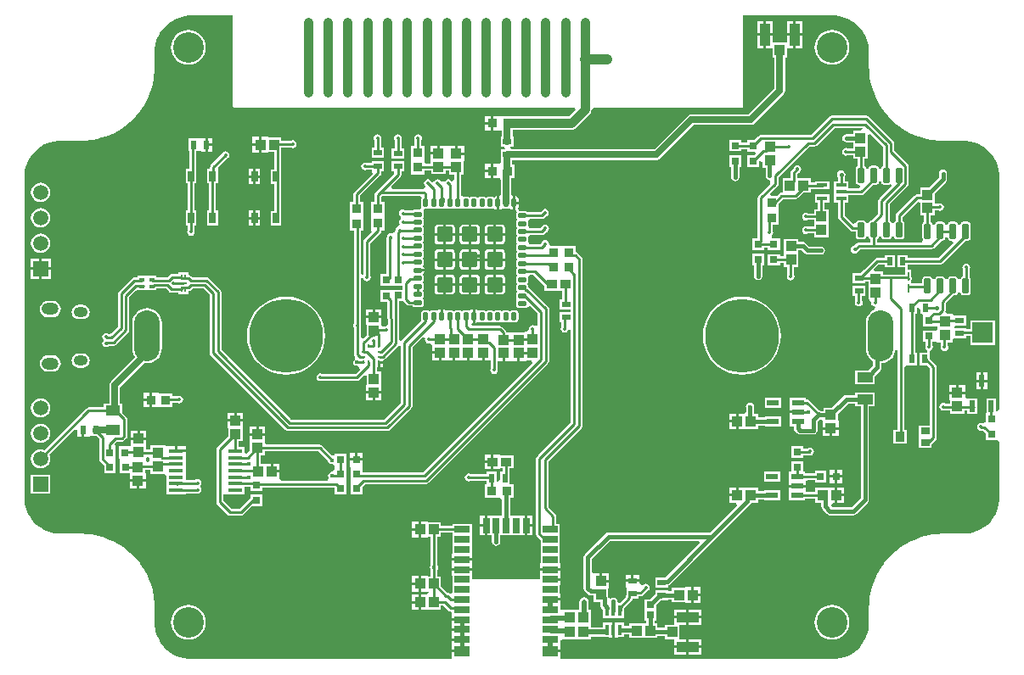
<source format=gtl>
G04*
G04 #@! TF.GenerationSoftware,Altium Limited,Altium Designer,21.6.1 (37)*
G04*
G04 Layer_Physical_Order=1*
G04 Layer_Color=255*
%FSLAX44Y44*%
%MOMM*%
G71*
G04*
G04 #@! TF.SameCoordinates,8A31D3E6-7417-4931-9B95-E7CF89301AF7*
G04*
G04*
G04 #@! TF.FilePolarity,Positive*
G04*
G01*
G75*
%ADD15C,0.2540*%
%ADD19R,0.8000X0.7556*%
%ADD20R,1.4986X0.9906*%
%ADD21R,0.7556X0.8000*%
%ADD22R,0.2000X0.5500*%
%ADD23R,0.6500X0.2500*%
%ADD24R,0.2000X0.9400*%
%ADD25R,1.0500X1.0500*%
%ADD26R,1.4700X1.0400*%
%ADD27R,0.6000X0.8500*%
%ADD28R,0.4100X0.2800*%
%ADD29R,0.2800X0.4100*%
%ADD30R,1.0160X0.8890*%
%ADD31R,0.9398X0.9652*%
%ADD32R,0.9652X0.9398*%
%ADD33R,1.0500X1.0500*%
%ADD34R,1.4750X0.4500*%
%ADD35R,0.6500X1.0500*%
%ADD36R,1.2000X0.6000*%
%ADD37R,1.0500X0.4000*%
%ADD38R,0.4000X1.0500*%
%ADD39R,1.0500X2.1999*%
%ADD40R,1.0000X1.0500*%
%ADD41R,2.1999X1.0500*%
%ADD42R,1.0500X1.0000*%
%ADD43R,0.4750X0.3750*%
G04:AMPARAMS|DCode=44|XSize=1.5mm|YSize=1.5mm|CornerRadius=0.075mm|HoleSize=0mm|Usage=FLASHONLY|Rotation=180.000|XOffset=0mm|YOffset=0mm|HoleType=Round|Shape=RoundedRectangle|*
%AMROUNDEDRECTD44*
21,1,1.5000,1.3500,0,0,180.0*
21,1,1.3500,1.5000,0,0,180.0*
1,1,0.1500,-0.6750,0.6750*
1,1,0.1500,0.6750,0.6750*
1,1,0.1500,0.6750,-0.6750*
1,1,0.1500,-0.6750,-0.6750*
%
%ADD44ROUNDEDRECTD44*%
G04:AMPARAMS|DCode=45|XSize=0.5mm|YSize=0.8mm|CornerRadius=0.1mm|HoleSize=0mm|Usage=FLASHONLY|Rotation=270.000|XOffset=0mm|YOffset=0mm|HoleType=Round|Shape=RoundedRectangle|*
%AMROUNDEDRECTD45*
21,1,0.5000,0.6000,0,0,270.0*
21,1,0.3000,0.8000,0,0,270.0*
1,1,0.2000,-0.3000,-0.1500*
1,1,0.2000,-0.3000,0.1500*
1,1,0.2000,0.3000,0.1500*
1,1,0.2000,0.3000,-0.1500*
%
%ADD45ROUNDEDRECTD45*%
G04:AMPARAMS|DCode=46|XSize=0.5mm|YSize=0.8mm|CornerRadius=0.1mm|HoleSize=0mm|Usage=FLASHONLY|Rotation=180.000|XOffset=0mm|YOffset=0mm|HoleType=Round|Shape=RoundedRectangle|*
%AMROUNDEDRECTD46*
21,1,0.5000,0.6000,0,0,180.0*
21,1,0.3000,0.8000,0,0,180.0*
1,1,0.2000,-0.1500,0.3000*
1,1,0.2000,0.1500,0.3000*
1,1,0.2000,0.1500,-0.3000*
1,1,0.2000,-0.1500,-0.3000*
%
%ADD46ROUNDEDRECTD46*%
%ADD47R,0.9000X0.6500*%
%ADD48R,0.9000X1.0000*%
%ADD49R,0.8500X0.6000*%
G04:AMPARAMS|DCode=50|XSize=0.6mm|YSize=1.45mm|CornerRadius=0.051mm|HoleSize=0mm|Usage=FLASHONLY|Rotation=180.000|XOffset=0mm|YOffset=0mm|HoleType=Round|Shape=RoundedRectangle|*
%AMROUNDEDRECTD50*
21,1,0.6000,1.3480,0,0,180.0*
21,1,0.4980,1.4500,0,0,180.0*
1,1,0.1020,-0.2490,0.6740*
1,1,0.1020,0.2490,0.6740*
1,1,0.1020,0.2490,-0.6740*
1,1,0.1020,-0.2490,-0.6740*
%
%ADD50ROUNDEDRECTD50*%
%ADD51R,1.5000X0.7000*%
%ADD52R,1.5000X1.0000*%
%ADD53R,0.7000X1.5000*%
%ADD54R,0.6000X1.1500*%
%ADD55R,0.7200X0.6900*%
%ADD104C,0.8890*%
%ADD105C,0.9017*%
%ADD106C,0.6350*%
%ADD107C,1.0160*%
%ADD108C,0.2152*%
%ADD109C,0.5080*%
%ADD110C,0.4100*%
%ADD111C,0.2611*%
%ADD112C,0.4150*%
%ADD113C,0.3810*%
%ADD114C,0.4404*%
%ADD115C,1.0160*%
%ADD116O,1.7000X1.2000*%
%ADD117O,1.4000X1.0000*%
%ADD118C,7.3660*%
%ADD119O,2.5400X5.0800*%
%ADD120R,2.0320X2.0320*%
%ADD121C,1.5000*%
%ADD122R,1.5000X1.5000*%
%ADD123C,3.0480*%
%ADD124C,0.3556*%
%ADD125C,0.4064*%
%ADD126C,0.4572*%
G36*
X817124Y645561D02*
X821697Y644336D01*
X826071Y642524D01*
X830171Y640157D01*
X833927Y637275D01*
X837275Y633927D01*
X840157Y630171D01*
X842524Y626071D01*
X844336Y621697D01*
X845561Y617124D01*
X846179Y612431D01*
X846179Y610064D01*
Y595064D01*
X846189Y595016D01*
X846180Y594968D01*
X846264Y591533D01*
X846296Y591392D01*
X846282Y591248D01*
X846955Y584412D01*
X847011Y584227D01*
Y584035D01*
X848352Y577297D01*
X848425Y577119D01*
X848444Y576927D01*
X850438Y570354D01*
X850529Y570184D01*
X850567Y569995D01*
X853195Y563648D01*
X853303Y563488D01*
X853358Y563303D01*
X856597Y557245D01*
X856719Y557096D01*
X856793Y556918D01*
X860609Y551206D01*
X860745Y551070D01*
X860836Y550900D01*
X865194Y545590D01*
X865343Y545468D01*
X865450Y545308D01*
X870308Y540450D01*
X870468Y540343D01*
X870590Y540194D01*
X875900Y535836D01*
X876070Y535745D01*
X876207Y535609D01*
X881918Y531793D01*
X882096Y531719D01*
X882245Y531597D01*
X888304Y528358D01*
X888488Y528302D01*
X888648Y528195D01*
X894995Y525567D01*
X895184Y525529D01*
X895354Y525438D01*
X901927Y523444D01*
X902119Y523425D01*
X902297Y523351D01*
X909035Y522011D01*
X909227D01*
X909412Y521955D01*
X916248Y521282D01*
X916392Y521296D01*
X916534Y521264D01*
X919968Y521180D01*
X920016Y521188D01*
X920063Y521179D01*
X942431D01*
X947124Y520561D01*
X951697Y519336D01*
X956071Y517524D01*
X960171Y515157D01*
X963927Y512275D01*
X967275Y508927D01*
X970157Y505171D01*
X972524Y501071D01*
X974336Y496698D01*
X975561Y492124D01*
X976179Y487430D01*
Y485064D01*
Y253358D01*
X973639Y251604D01*
X973128Y251798D01*
Y264268D01*
X963064D01*
Y249554D01*
X962470D01*
Y241172D01*
X961856Y240247D01*
X959321Y239301D01*
X957834Y239597D01*
X956347Y239301D01*
X955087Y238459D01*
X954245Y237199D01*
X953949Y235712D01*
X954245Y234225D01*
X955087Y232965D01*
X956347Y232123D01*
X957834Y231827D01*
X959321Y232123D01*
X959362Y232151D01*
X959556D01*
X962470Y229237D01*
Y222378D01*
X973639D01*
X974534Y222378D01*
X976179Y220519D01*
Y165063D01*
Y162696D01*
X975561Y158003D01*
X974336Y153429D01*
X972524Y149056D01*
X970157Y144956D01*
X967275Y141200D01*
X963927Y137852D01*
X960171Y134970D01*
X956071Y132603D01*
X951697Y130791D01*
X947124Y129566D01*
X942431Y128948D01*
X940064Y128948D01*
X920063D01*
X920016Y128939D01*
X919968Y128947D01*
X916533Y128862D01*
X916392Y128831D01*
X916248Y128845D01*
X909412Y128172D01*
X909227Y128116D01*
X909035D01*
X902297Y126776D01*
X902119Y126702D01*
X901927Y126683D01*
X895354Y124689D01*
X895184Y124598D01*
X894995Y124560D01*
X888648Y121932D01*
X888488Y121825D01*
X888304Y121769D01*
X882245Y118530D01*
X882096Y118408D01*
X881918Y118334D01*
X876207Y114518D01*
X876070Y114382D01*
X875900Y114291D01*
X870590Y109933D01*
X870468Y109784D01*
X870308Y109677D01*
X865450Y104819D01*
X865343Y104659D01*
X865194Y104537D01*
X860836Y99227D01*
X860745Y99057D01*
X860609Y98921D01*
X856793Y93209D01*
X856719Y93031D01*
X856597Y92882D01*
X853358Y86824D01*
X853303Y86639D01*
X853195Y86479D01*
X850567Y80132D01*
X850529Y79943D01*
X850438Y79773D01*
X848444Y73200D01*
X848425Y73008D01*
X848352Y72830D01*
X847011Y66093D01*
Y65900D01*
X846955Y65715D01*
X846282Y58879D01*
X846296Y58735D01*
X846264Y58594D01*
X846180Y55159D01*
X846189Y55111D01*
X846179Y55064D01*
Y37696D01*
X845561Y33003D01*
X844336Y28430D01*
X842524Y24056D01*
X840157Y19956D01*
X837275Y16200D01*
X833927Y12852D01*
X830171Y9970D01*
X826071Y7603D01*
X821697Y5791D01*
X817124Y4566D01*
X812431Y3948D01*
X540899D01*
X538476Y4230D01*
Y10500D01*
X528436D01*
Y13040D01*
X538476D01*
Y17230D01*
Y22953D01*
X540704Y23706D01*
Y23706D01*
X568768D01*
Y26326D01*
X580780D01*
Y25636D01*
X586772D01*
Y25128D01*
X590042D01*
Y32918D01*
Y40708D01*
X586772D01*
Y40200D01*
X580780D01*
Y35650D01*
X568768D01*
Y52748D01*
X566764D01*
Y60960D01*
X566409Y62744D01*
X565398Y64256D01*
X563886Y65267D01*
X562102Y65622D01*
X560318Y65267D01*
X558806Y64256D01*
X557795Y62744D01*
X557440Y60960D01*
Y52748D01*
X540704D01*
Y52748D01*
X538476Y53501D01*
Y57230D01*
Y62000D01*
X528436D01*
Y64540D01*
X538476D01*
Y69310D01*
X537968D01*
Y77230D01*
X538476D01*
Y82000D01*
X528436D01*
Y84540D01*
X538476D01*
Y87230D01*
Y92000D01*
X518396D01*
Y87230D01*
Y83352D01*
X449968D01*
Y87230D01*
X450476D01*
Y92000D01*
X430396D01*
Y87230D01*
X430904D01*
Y77738D01*
Y69852D01*
X428364Y68800D01*
X428200Y68964D01*
X427107Y69694D01*
X425819Y69950D01*
X425685D01*
X419162Y76473D01*
Y86276D01*
X415863D01*
Y93228D01*
X416324Y93918D01*
X416640Y95504D01*
X416324Y97090D01*
X415863Y97780D01*
Y125814D01*
X419162D01*
Y129816D01*
X430904D01*
Y117738D01*
Y109310D01*
X430396D01*
Y104540D01*
X450476D01*
Y109310D01*
X449968D01*
Y117738D01*
Y127738D01*
Y138802D01*
X430904D01*
Y136550D01*
X419162D01*
Y140378D01*
X406170D01*
Y140886D01*
X399650D01*
Y133096D01*
Y125306D01*
X406170D01*
Y125814D01*
X409129D01*
Y97780D01*
X408668Y97090D01*
X408352Y95504D01*
X408668Y93918D01*
X409129Y93228D01*
Y86276D01*
X406170D01*
Y86784D01*
X399650D01*
Y78994D01*
Y71204D01*
X406170D01*
Y71204D01*
X407084Y71019D01*
Y70403D01*
X404620Y68242D01*
X399650D01*
Y60452D01*
Y52662D01*
X406170D01*
Y53170D01*
X419162D01*
Y57085D01*
X421885D01*
X426630Y52340D01*
X427723Y51610D01*
X429011Y51354D01*
X429198D01*
X430396Y49310D01*
Y44540D01*
X440436D01*
Y42000D01*
X430396D01*
Y37230D01*
Y34540D01*
X440436D01*
Y32000D01*
X430396D01*
Y27230D01*
Y24540D01*
X440436D01*
Y22000D01*
X430396D01*
Y17230D01*
Y13040D01*
X440436D01*
Y10500D01*
X430396D01*
Y4230D01*
X427973Y3948D01*
X167696D01*
X163003Y4566D01*
X158430Y5791D01*
X154056Y7603D01*
X149956Y9970D01*
X146200Y12852D01*
X142852Y16200D01*
X139970Y19956D01*
X137603Y24056D01*
X135791Y28430D01*
X134566Y33003D01*
X133948Y37696D01*
X133948Y40064D01*
Y55064D01*
X133939Y55111D01*
X133947Y55159D01*
X133863Y58594D01*
X133831Y58735D01*
X133845Y58879D01*
X133172Y65715D01*
X133116Y65900D01*
Y66093D01*
X131776Y72830D01*
X131702Y73008D01*
X131683Y73200D01*
X129689Y79773D01*
X129598Y79943D01*
X129560Y80132D01*
X126932Y86479D01*
X126825Y86639D01*
X126769Y86824D01*
X123530Y92882D01*
X123408Y93031D01*
X123334Y93209D01*
X119518Y98921D01*
X119382Y99057D01*
X119291Y99227D01*
X114933Y104537D01*
X114784Y104659D01*
X114677Y104819D01*
X109819Y109677D01*
X109659Y109784D01*
X109537Y109933D01*
X104227Y114291D01*
X104057Y114382D01*
X103921Y114518D01*
X98209Y118334D01*
X98031Y118408D01*
X97882Y118530D01*
X91824Y121769D01*
X91639Y121825D01*
X91479Y121932D01*
X85132Y124560D01*
X84943Y124598D01*
X84773Y124689D01*
X78200Y126683D01*
X78008Y126702D01*
X77830Y126776D01*
X71093Y128116D01*
X70900D01*
X70715Y128172D01*
X63879Y128845D01*
X63735Y128831D01*
X63594Y128862D01*
X60159Y128947D01*
X60111Y128939D01*
X60064Y128948D01*
X40064Y128948D01*
X37696Y128948D01*
X33003Y129566D01*
X28430Y130791D01*
X24056Y132603D01*
X19956Y134970D01*
X16200Y137852D01*
X12852Y141200D01*
X9970Y144956D01*
X7603Y149056D01*
X5791Y153429D01*
X4566Y158003D01*
X3948Y162696D01*
X3948Y165063D01*
Y485064D01*
X3948Y487431D01*
X4566Y492124D01*
X5791Y496698D01*
X7603Y501071D01*
X9970Y505171D01*
X12852Y508927D01*
X16200Y512275D01*
X19956Y515157D01*
X24056Y517524D01*
X28430Y519336D01*
X33003Y520561D01*
X37696Y521179D01*
X40064Y521179D01*
X60064Y521179D01*
X60111Y521188D01*
X60159Y521180D01*
X63594Y521264D01*
X63735Y521296D01*
X63879Y521282D01*
X70715Y521955D01*
X70900Y522011D01*
X71092D01*
X77830Y523351D01*
X78008Y523425D01*
X78200Y523444D01*
X84773Y525438D01*
X84943Y525529D01*
X85132Y525567D01*
X91479Y528195D01*
X91639Y528302D01*
X91824Y528358D01*
X97882Y531597D01*
X98031Y531719D01*
X98209Y531793D01*
X103921Y535609D01*
X104057Y535745D01*
X104227Y535836D01*
X109537Y540194D01*
X109659Y540343D01*
X109819Y540450D01*
X114677Y545308D01*
X114784Y545468D01*
X114933Y545590D01*
X119291Y550900D01*
X119382Y551070D01*
X119518Y551206D01*
X123334Y556918D01*
X123408Y557096D01*
X123530Y557245D01*
X126769Y563303D01*
X126825Y563488D01*
X126932Y563648D01*
X129560Y569995D01*
X129598Y570184D01*
X129689Y570354D01*
X131683Y576927D01*
X131702Y577119D01*
X131776Y577297D01*
X133116Y584035D01*
Y584227D01*
X133172Y584412D01*
X133845Y591248D01*
X133831Y591392D01*
X133863Y591533D01*
X133947Y594968D01*
X133939Y595016D01*
X133948Y595064D01*
X133948Y610064D01*
X133948Y612430D01*
X134566Y617124D01*
X135791Y621697D01*
X137603Y626071D01*
X139970Y630171D01*
X142852Y633927D01*
X146200Y637275D01*
X149956Y640157D01*
X154056Y642524D01*
X158430Y644336D01*
X163003Y645561D01*
X167696Y646179D01*
X170063D01*
X211796D01*
X211796Y556514D01*
X211954Y555721D01*
X212403Y555049D01*
X213075Y554600D01*
X213868Y554442D01*
X552462Y554442D01*
X553434Y552096D01*
X546930Y545592D01*
X492379D01*
Y545719D01*
X480230D01*
X477901Y546227D01*
X476333Y546227D01*
X471805D01*
Y538988D01*
Y531749D01*
X476333D01*
X477901Y531749D01*
X480149Y531043D01*
Y525568D01*
X479112D01*
Y515504D01*
X482541D01*
X483490Y512963D01*
X483033Y512567D01*
X479112D01*
Y502504D01*
X479112D01*
X479381Y500148D01*
X477685Y498221D01*
X476333Y498221D01*
X471805D01*
Y490982D01*
Y483743D01*
X476313D01*
X477901Y483743D01*
X478853Y481597D01*
Y466852D01*
X477622Y465841D01*
X477392D01*
Y459232D01*
Y452623D01*
X477622D01*
X479003Y452897D01*
X480174Y453680D01*
X481439Y453376D01*
X482622Y453141D01*
X485622D01*
X486805Y453376D01*
X488070Y453680D01*
X489241Y452897D01*
X490622Y452623D01*
X490852D01*
Y459232D01*
Y465841D01*
X490622D01*
X489471Y466786D01*
Y484251D01*
X492379D01*
Y497713D01*
X490131D01*
Y502226D01*
X634397D01*
X634397Y502226D01*
X636429Y502631D01*
X638151Y503782D01*
X671351Y536981D01*
X728218D01*
X728218Y536981D01*
X730250Y537385D01*
X731972Y538536D01*
X760928Y567492D01*
X760928Y567492D01*
X762079Y569214D01*
X762483Y571246D01*
Y604594D01*
X764206D01*
Y613587D01*
X770654D01*
Y625856D01*
X764134D01*
Y619158D01*
X750214D01*
Y625856D01*
X743694D01*
Y613587D01*
X750142D01*
Y604594D01*
X751865D01*
Y573445D01*
X726019Y547599D01*
X669152D01*
X669152Y547599D01*
X667120Y547195D01*
X665398Y546044D01*
X665398Y546044D01*
X632198Y512845D01*
X489687D01*
X488613Y515384D01*
X488729Y515504D01*
X491676D01*
Y525568D01*
X490766D01*
Y532257D01*
X492379D01*
Y532384D01*
X549656D01*
X549759Y532405D01*
X551363Y532616D01*
X551865Y532823D01*
X552183Y532887D01*
X552453Y533067D01*
X552954Y533275D01*
X554238Y534260D01*
X554326Y534318D01*
X554346Y534348D01*
X567528Y547531D01*
X568577Y548897D01*
X569236Y550488D01*
X569461Y552196D01*
X571213Y554442D01*
X718820Y554442D01*
X719613Y554600D01*
X720285Y555049D01*
X720734Y555721D01*
X720892Y556514D01*
X720892Y646179D01*
X810063D01*
X812431D01*
X817124Y645561D01*
D02*
G37*
%LPC*%
G36*
X779714Y640666D02*
X773194D01*
Y628396D01*
X779714D01*
Y640666D01*
D02*
G37*
G36*
X750214D02*
X743694D01*
Y628396D01*
X750214D01*
Y640666D01*
D02*
G37*
G36*
X770654D02*
X764134D01*
Y628396D01*
X770654D01*
Y640666D01*
D02*
G37*
G36*
X741154D02*
X734634D01*
Y628396D01*
X741154D01*
Y640666D01*
D02*
G37*
G36*
X779714Y625856D02*
X773194D01*
Y613587D01*
X779714D01*
Y625856D01*
D02*
G37*
G36*
X741154D02*
X734634D01*
Y613587D01*
X741154D01*
Y625856D01*
D02*
G37*
G36*
X809244Y631782D02*
X805858Y631448D01*
X802602Y630461D01*
X799602Y628857D01*
X796972Y626698D01*
X794813Y624068D01*
X793210Y621068D01*
X792222Y617812D01*
X791888Y614426D01*
X792222Y611040D01*
X793210Y607784D01*
X794813Y604784D01*
X796972Y602154D01*
X799602Y599995D01*
X802602Y598391D01*
X805858Y597404D01*
X809244Y597070D01*
X812630Y597404D01*
X815886Y598391D01*
X818886Y599995D01*
X821516Y602154D01*
X823675Y604784D01*
X825278Y607784D01*
X826266Y611040D01*
X826600Y614426D01*
X826266Y617812D01*
X825278Y621068D01*
X823675Y624068D01*
X821516Y626698D01*
X818886Y628857D01*
X815886Y630461D01*
X812630Y631448D01*
X809244Y631782D01*
D02*
G37*
G36*
X167386D02*
X164000Y631448D01*
X160744Y630461D01*
X157744Y628857D01*
X155114Y626698D01*
X152955Y624068D01*
X151351Y621068D01*
X150364Y617812D01*
X150030Y614426D01*
X150364Y611040D01*
X151351Y607784D01*
X152955Y604784D01*
X155114Y602154D01*
X157744Y599995D01*
X160744Y598391D01*
X164000Y597404D01*
X167386Y597070D01*
X170772Y597404D01*
X174028Y598391D01*
X177028Y599995D01*
X179658Y602154D01*
X181817Y604784D01*
X183421Y607784D01*
X184408Y611040D01*
X184742Y614426D01*
X184408Y617812D01*
X183421Y621068D01*
X181817Y624068D01*
X179658Y626698D01*
X177028Y628857D01*
X174028Y630461D01*
X170772Y631448D01*
X167386Y631782D01*
D02*
G37*
G36*
X469265Y546227D02*
X463169D01*
Y540258D01*
X469265D01*
Y546227D01*
D02*
G37*
G36*
Y537718D02*
X463169D01*
Y531749D01*
X469265D01*
Y537718D01*
D02*
G37*
G36*
X237960Y525204D02*
X231440D01*
Y518684D01*
X237960D01*
Y525204D01*
D02*
G37*
G36*
X191218Y524188D02*
X186948D01*
Y518668D01*
X191218D01*
Y524188D01*
D02*
G37*
G36*
X247020Y525204D02*
X240500D01*
Y517414D01*
Y509624D01*
X247020D01*
Y510132D01*
X252747D01*
Y492852D01*
X249562D01*
Y478288D01*
X252747D01*
Y451352D01*
X249562D01*
Y436788D01*
X260126D01*
Y451352D01*
X259481D01*
Y478288D01*
X260126D01*
Y492852D01*
X259481D01*
Y510132D01*
X260012D01*
Y514539D01*
X269707D01*
X270039Y514317D01*
X271526Y514021D01*
X273013Y514317D01*
X274273Y515159D01*
X275115Y516419D01*
X275411Y517906D01*
X275115Y519393D01*
X274273Y520653D01*
X273013Y521495D01*
X271526Y521791D01*
X270039Y521495D01*
X269707Y521273D01*
X260012D01*
Y524696D01*
X247020D01*
Y525204D01*
D02*
G37*
G36*
X843396Y546419D02*
X809285D01*
X807996Y546162D01*
X806904Y545433D01*
X788394Y526923D01*
X737996D01*
X736708Y526666D01*
X735615Y525937D01*
X731775Y522096D01*
X724472D01*
Y519780D01*
X719010D01*
Y522350D01*
X706946D01*
Y510730D01*
X719010D01*
Y513046D01*
X724472D01*
Y510476D01*
X731971D01*
X732967Y508174D01*
X731635Y506540D01*
X724472D01*
Y494920D01*
X736536D01*
Y500667D01*
X737446Y501354D01*
X739986Y500089D01*
Y494222D01*
X743048D01*
Y486654D01*
X743000Y486410D01*
X743305Y484874D01*
X744176Y483572D01*
X745478Y482701D01*
X747014Y482396D01*
X747699Y481780D01*
X747782Y478401D01*
X736251Y466870D01*
X735522Y465778D01*
X735265Y464489D01*
Y424052D01*
X729552D01*
Y412432D01*
X741616D01*
Y414748D01*
X745300D01*
Y412178D01*
X757364D01*
Y423798D01*
X749582D01*
X748865Y426338D01*
X749507Y426767D01*
X750349Y428027D01*
X750645Y429514D01*
X750349Y431001D01*
X750127Y431333D01*
Y437769D01*
X755777D01*
Y450215D01*
X755777Y452120D01*
X755777Y454025D01*
Y458662D01*
X760347Y463231D01*
X772922D01*
X774210Y463488D01*
X775303Y464217D01*
X780561Y469476D01*
X787970D01*
Y473391D01*
X792208D01*
Y472876D01*
X806772D01*
Y480940D01*
X792208D01*
Y480125D01*
X787970D01*
Y484040D01*
X774535D01*
Y488088D01*
X775794Y489347D01*
X776187Y489425D01*
X777447Y490267D01*
X778289Y491527D01*
X778585Y493014D01*
X778289Y494501D01*
X777447Y495761D01*
X776187Y496603D01*
X774700Y496899D01*
X773213Y496603D01*
X771953Y495761D01*
X771111Y494501D01*
X771033Y494108D01*
X768787Y491863D01*
X768058Y490770D01*
X767801Y489482D01*
Y484040D01*
X759906D01*
Y469965D01*
X758952D01*
X757664Y469708D01*
X756571Y468979D01*
X754064Y466471D01*
X748693D01*
X747721Y468818D01*
X755021Y476117D01*
X755751Y477209D01*
X756007Y478498D01*
Y484979D01*
X786645Y515617D01*
X791682D01*
X792971Y515874D01*
X794063Y516603D01*
X811557Y534097D01*
X839187D01*
X839442Y533716D01*
X838084Y531176D01*
X830410D01*
Y527811D01*
X823517D01*
X821980Y527505D01*
X820678Y526635D01*
X820630Y526586D01*
X819759Y525284D01*
X819454Y523748D01*
X819759Y522212D01*
X820630Y520910D01*
X821932Y520039D01*
X823468Y519734D01*
X823712Y519782D01*
X830410D01*
Y513653D01*
X825033D01*
X824701Y513875D01*
X823214Y514171D01*
X821727Y513875D01*
X820467Y513033D01*
X819625Y511773D01*
X819329Y510286D01*
X819625Y508799D01*
X820467Y507539D01*
X821727Y506697D01*
X823214Y506401D01*
X824701Y506697D01*
X825033Y506919D01*
X830410D01*
Y503112D01*
X834579D01*
Y496147D01*
X834464Y496124D01*
X833623Y495563D01*
X833062Y494722D01*
X832864Y493730D01*
Y480250D01*
X833062Y479258D01*
X833623Y478417D01*
X834464Y477855D01*
X835456Y477658D01*
X836301D01*
X837400Y475196D01*
X836288Y473775D01*
X825772D01*
Y480940D01*
X821857D01*
Y484741D01*
X822478Y485672D01*
X822807Y487324D01*
X822478Y488976D01*
X821543Y490377D01*
X821441Y490479D01*
X820040Y491414D01*
X818388Y491743D01*
X816736Y491414D01*
X815335Y490479D01*
X814399Y489078D01*
X814071Y487426D01*
X814399Y485774D01*
X815123Y484691D01*
Y480940D01*
X811208D01*
Y472876D01*
Y466376D01*
Y459876D01*
X815123D01*
Y445414D01*
X815380Y444126D01*
X816109Y443033D01*
X827437Y431705D01*
X828530Y430976D01*
X829818Y430719D01*
X832864D01*
Y425750D01*
X833062Y424758D01*
X833623Y423917D01*
X834464Y423355D01*
X835456Y423158D01*
X840436D01*
X841428Y423355D01*
X842269Y423917D01*
X842831Y424758D01*
X843028Y425750D01*
X845564D01*
X845761Y424758D01*
X846323Y423917D01*
X847164Y423355D01*
X847279Y423333D01*
Y419927D01*
X836048D01*
X834759Y419670D01*
X833667Y418941D01*
X830923Y416196D01*
X830363Y416085D01*
X829103Y415243D01*
X828261Y413983D01*
X827965Y412496D01*
X828261Y411009D01*
X829103Y409749D01*
X830363Y408907D01*
X831850Y408611D01*
X833337Y408907D01*
X834597Y409749D01*
X835439Y411009D01*
X835484Y411235D01*
X837442Y413193D01*
X908304D01*
X909592Y413450D01*
X910685Y414179D01*
X918283Y421778D01*
X919684D01*
X920676Y421976D01*
X921517Y422537D01*
X922078Y423378D01*
X922276Y424370D01*
X924812D01*
X925010Y423378D01*
X925571Y422537D01*
X926412Y421976D01*
X927404Y421778D01*
X929159D01*
X930211Y419238D01*
X915406Y404433D01*
X885038D01*
Y407348D01*
X874974D01*
Y394784D01*
X882369D01*
X882412Y392262D01*
X882412Y392244D01*
Y387923D01*
X860214D01*
Y390714D01*
X851986D01*
X851014Y393061D01*
X855954Y398001D01*
X861974D01*
Y394784D01*
X872038D01*
Y407348D01*
X861974D01*
Y404735D01*
X854560D01*
X853271Y404478D01*
X852179Y403749D01*
X841194Y392764D01*
X841137Y392678D01*
X837689Y389230D01*
X829886D01*
Y379166D01*
X842450D01*
Y380831D01*
X845650D01*
Y376150D01*
Y362650D01*
X846528D01*
X846962Y362333D01*
X848374Y360110D01*
X848285Y359664D01*
X848581Y358177D01*
X849423Y356917D01*
X850683Y356075D01*
X851778Y355857D01*
X852147Y355051D01*
X852093Y353330D01*
X851994Y352973D01*
X849524Y351652D01*
X847281Y349812D01*
X845440Y347568D01*
X844072Y345009D01*
X843229Y342232D01*
X842945Y339344D01*
Y313944D01*
X843229Y311056D01*
X844072Y308279D01*
X845440Y305720D01*
X847281Y303477D01*
X849524Y301635D01*
X850393Y301171D01*
Y296753D01*
X845613Y291973D01*
X832485D01*
Y278003D01*
X851535D01*
Y286051D01*
X857542Y292058D01*
X858450Y293416D01*
X858768Y295019D01*
X858768Y295019D01*
Y299241D01*
X860636Y299425D01*
X863413Y300268D01*
X865972Y301635D01*
X868215Y303477D01*
X870057Y305720D01*
X871424Y308279D01*
X872267Y311056D01*
X872425Y312665D01*
X874965Y312540D01*
Y232838D01*
X870730D01*
Y218774D01*
X883794D01*
Y232838D01*
X881699D01*
Y295365D01*
X883564Y296994D01*
X893628D01*
Y309558D01*
X892217D01*
Y348556D01*
X894136D01*
Y354170D01*
X894532Y354434D01*
X897072Y353076D01*
Y348556D01*
X898097D01*
X900240Y347598D01*
Y335978D01*
X912304D01*
Y335978D01*
X914720Y335678D01*
Y332342D01*
X912304Y332042D01*
X912180Y332042D01*
X900240D01*
Y320422D01*
X902651D01*
Y317287D01*
X902429Y316955D01*
X902133Y315468D01*
X902429Y313981D01*
X903271Y312721D01*
X904204Y312098D01*
X904187Y310815D01*
X903781Y309558D01*
X896564D01*
Y296994D01*
X903677D01*
X906697Y293974D01*
Y236838D01*
X895730D01*
Y226274D01*
X895730Y226274D01*
Y225338D01*
X895730D01*
X895730Y223734D01*
Y214774D01*
X908794D01*
Y218591D01*
X912445Y222241D01*
X913174Y223334D01*
X913431Y224622D01*
Y295368D01*
X913174Y296656D01*
X912445Y297749D01*
X906628Y303565D01*
Y309115D01*
X906628Y309558D01*
X907270Y311832D01*
X907505Y311879D01*
X908765Y312721D01*
X909607Y313981D01*
X909903Y315468D01*
X909607Y316955D01*
X909385Y317287D01*
Y320422D01*
X912180D01*
X912295Y320422D01*
X914720Y320144D01*
X914729Y320144D01*
X918145D01*
Y317033D01*
X917923Y316701D01*
X917627Y315214D01*
X917923Y313727D01*
X918765Y312467D01*
X920025Y311625D01*
X921512Y311329D01*
X922999Y311625D01*
X924259Y312467D01*
X925101Y313727D01*
X925397Y315214D01*
X925101Y316701D01*
X924879Y317033D01*
Y320144D01*
X929284D01*
Y321594D01*
X930216Y323748D01*
X931824Y323748D01*
X942780D01*
Y326175D01*
X947420D01*
Y317500D01*
X971804D01*
Y341884D01*
X947420D01*
Y332909D01*
X942780D01*
Y333812D01*
X932528D01*
X931680Y335280D01*
X932528Y336748D01*
X942780D01*
Y346812D01*
X930216D01*
X929284Y348208D01*
Y348208D01*
X923538D01*
X922280Y350748D01*
X922336Y350832D01*
X922593Y352121D01*
Y359031D01*
X930839Y367278D01*
X932384D01*
X933376Y367476D01*
X934217Y368037D01*
X934779Y368878D01*
X934976Y369870D01*
X937512D01*
X937710Y368878D01*
X938271Y368037D01*
X939112Y367476D01*
X940104Y367278D01*
X945084D01*
X946076Y367476D01*
X946917Y368037D01*
X947478Y368878D01*
X947676Y369870D01*
Y383350D01*
X947478Y384342D01*
X946917Y385183D01*
X946215Y385652D01*
Y392517D01*
X946691Y393229D01*
X946987Y394716D01*
X946691Y396203D01*
X945849Y397463D01*
X944589Y398305D01*
X943102Y398601D01*
X941615Y398305D01*
X940355Y397463D01*
X939513Y396203D01*
X939217Y394716D01*
X939481Y393389D01*
Y385818D01*
X939112Y385745D01*
X938271Y385183D01*
X937710Y384342D01*
X937512Y383350D01*
X934976D01*
X934779Y384342D01*
X934217Y385183D01*
X933376Y385745D01*
X932384Y385942D01*
X927404D01*
X926412Y385745D01*
X925571Y385183D01*
X925010Y384342D01*
X924812Y383350D01*
X922276D01*
X922078Y384342D01*
X921517Y385183D01*
X920676Y385745D01*
X919684Y385942D01*
X914704D01*
X913712Y385745D01*
X912871Y385183D01*
X912309Y384342D01*
X912112Y383350D01*
X909576D01*
X909379Y384342D01*
X908817Y385183D01*
X907976Y385745D01*
X906984Y385942D01*
X902004D01*
X901012Y385745D01*
X900171Y385183D01*
X899610Y384342D01*
X899412Y383350D01*
Y379347D01*
X888476D01*
Y382074D01*
X888554Y382192D01*
X888811Y383480D01*
X888554Y384768D01*
X888476Y384886D01*
Y392262D01*
X885081D01*
X885038Y394784D01*
X885038Y394802D01*
Y397699D01*
X916800D01*
X918088Y397956D01*
X919181Y398685D01*
X942273Y421778D01*
X945084D01*
X946076Y421976D01*
X946917Y422537D01*
X947478Y423378D01*
X947676Y424370D01*
Y437850D01*
X947478Y438842D01*
X946917Y439683D01*
X946076Y440244D01*
X945084Y440442D01*
X940104D01*
X939112Y440244D01*
X938271Y439683D01*
X937710Y438842D01*
X937512Y437850D01*
X934976D01*
X934779Y438842D01*
X934217Y439683D01*
X933376Y440244D01*
X932384Y440442D01*
X927404D01*
X926412Y440244D01*
X925571Y439683D01*
X925010Y438842D01*
X924812Y437850D01*
X922276D01*
X922078Y438842D01*
X921517Y439683D01*
X920676Y440244D01*
X919684Y440442D01*
X914704D01*
X913712Y440244D01*
X912871Y439683D01*
X912309Y438842D01*
X912112Y437850D01*
X909576D01*
X909379Y438842D01*
X908817Y439683D01*
X907976Y440244D01*
X907861Y440267D01*
Y446724D01*
X911776D01*
Y451801D01*
X915121D01*
X915453Y451579D01*
X916940Y451283D01*
X918427Y451579D01*
X919687Y452421D01*
X920529Y453681D01*
X920825Y455168D01*
X920529Y456655D01*
X919687Y457915D01*
X918427Y458757D01*
X916940Y459053D01*
X915453Y458757D01*
X915121Y458535D01*
X911776D01*
Y469111D01*
X922778Y480113D01*
X923648Y481415D01*
X923953Y482951D01*
Y488198D01*
X924002Y488442D01*
X923697Y489978D01*
X922826Y491280D01*
X921524Y492151D01*
X919988Y492456D01*
X918452Y492151D01*
X917150Y491280D01*
X917101Y491232D01*
X916231Y489930D01*
X915925Y488393D01*
Y484614D01*
X906099Y474788D01*
X897212D01*
Y467643D01*
X893790D01*
X892502Y467386D01*
X891409Y466657D01*
X873665Y448913D01*
X872936Y447820D01*
X872679Y446532D01*
Y441647D01*
X872564Y441624D01*
X871723Y441063D01*
X871161Y440222D01*
X870964Y439230D01*
X868428D01*
X868231Y440222D01*
X867669Y441063D01*
X866828Y441624D01*
X866713Y441647D01*
Y457976D01*
X884729Y475992D01*
X885458Y477084D01*
X885715Y478372D01*
Y496110D01*
X885458Y497398D01*
X884729Y498491D01*
X871285Y511935D01*
Y518530D01*
X871028Y519818D01*
X870299Y520910D01*
X845776Y545433D01*
X844684Y546162D01*
X843396Y546419D01*
D02*
G37*
G36*
X191218Y516128D02*
X186948D01*
Y510608D01*
X191218D01*
Y516128D01*
D02*
G37*
G36*
X184408Y524188D02*
X180138D01*
Y523950D01*
X177710Y523680D01*
X177598Y523680D01*
X167646D01*
Y511116D01*
X168075D01*
Y493106D01*
X164924D01*
Y478542D01*
X166839D01*
Y451606D01*
X164924D01*
Y437042D01*
X166699D01*
Y432305D01*
X166337Y431763D01*
X166041Y430276D01*
X166337Y428789D01*
X167179Y427529D01*
X168439Y426687D01*
X169926Y426391D01*
X171413Y426687D01*
X172673Y427529D01*
X173515Y428789D01*
X173811Y430276D01*
X173515Y431763D01*
X173433Y431886D01*
Y437042D01*
X175488D01*
Y451606D01*
X173573D01*
Y478542D01*
X175488D01*
Y493106D01*
X174809D01*
Y511116D01*
X177598D01*
X177710Y511116D01*
X180138Y510846D01*
Y510608D01*
X184408D01*
Y517398D01*
Y524188D01*
D02*
G37*
G36*
X415544Y516444D02*
X409024D01*
Y509924D01*
X415544D01*
Y516444D01*
D02*
G37*
G36*
X442384Y516190D02*
X435864D01*
Y509670D01*
X442384D01*
Y516190D01*
D02*
G37*
G36*
X237960Y516144D02*
X231440D01*
Y509624D01*
X237960D01*
Y516144D01*
D02*
G37*
G36*
X356108Y527887D02*
X354621Y527591D01*
X353361Y526749D01*
X352519Y525489D01*
X352223Y524002D01*
X352519Y522515D01*
X352741Y522183D01*
Y514198D01*
X350080D01*
Y504134D01*
X362644D01*
Y514198D01*
X359475D01*
Y522183D01*
X359697Y522515D01*
X359993Y524002D01*
X359697Y525489D01*
X358855Y526749D01*
X357595Y527591D01*
X356108Y527887D01*
D02*
G37*
G36*
X376428D02*
X374941Y527591D01*
X373681Y526749D01*
X372839Y525489D01*
X372543Y524002D01*
X372839Y522515D01*
X373061Y522183D01*
Y513944D01*
X370146D01*
Y503880D01*
X382710D01*
Y513944D01*
X379795D01*
Y522183D01*
X380017Y522515D01*
X380313Y524002D01*
X380017Y525489D01*
X379175Y526749D01*
X377915Y527591D01*
X376428Y527887D01*
D02*
G37*
G36*
X204470Y510869D02*
X202983Y510573D01*
X201723Y509731D01*
X200881Y508471D01*
X200803Y508078D01*
X189989Y497265D01*
X189260Y496172D01*
X189003Y494884D01*
Y493106D01*
X186424D01*
Y478542D01*
X188339D01*
Y451606D01*
X186424D01*
Y437042D01*
X196988D01*
Y451606D01*
X195073D01*
Y478542D01*
X196988D01*
Y493106D01*
X196988D01*
X197628Y495381D01*
X205564Y503317D01*
X205957Y503395D01*
X207217Y504237D01*
X208059Y505497D01*
X208355Y506984D01*
X208059Y508471D01*
X207217Y509731D01*
X205957Y510573D01*
X204470Y510869D01*
D02*
G37*
G36*
X469265Y498221D02*
X463169D01*
Y492252D01*
X469265D01*
Y498221D01*
D02*
G37*
G36*
X239134Y493360D02*
X234614D01*
Y486840D01*
X239134D01*
Y493360D01*
D02*
G37*
G36*
X232074D02*
X227554D01*
Y486840D01*
X232074D01*
Y493360D01*
D02*
G37*
G36*
X469265Y489712D02*
X463169D01*
Y483743D01*
X469265D01*
Y489712D01*
D02*
G37*
G36*
X719010Y506794D02*
X706946D01*
Y495174D01*
X708758D01*
Y485130D01*
X708710Y484886D01*
X709015Y483350D01*
X709886Y482048D01*
X711188Y481177D01*
X712724Y480872D01*
X714260Y481177D01*
X715562Y482048D01*
X715611Y482096D01*
X716481Y483398D01*
X716787Y484935D01*
Y495174D01*
X719010D01*
Y506794D01*
D02*
G37*
G36*
X396494Y527887D02*
X395007Y527591D01*
X393747Y526749D01*
X392905Y525489D01*
X392609Y524002D01*
X392905Y522515D01*
X393127Y522183D01*
Y516509D01*
X389509D01*
Y504063D01*
X389509Y502158D01*
X389509Y500253D01*
Y487807D01*
X402971D01*
Y491787D01*
X409532D01*
Y487872D01*
X424096D01*
Y492033D01*
X427312D01*
Y487618D01*
X432755D01*
Y483008D01*
X430227Y480529D01*
X430055Y480531D01*
X429213Y481791D01*
X427953Y482633D01*
X426466Y482929D01*
X424979Y482633D01*
X423719Y481791D01*
X422877Y480531D01*
X422864Y480464D01*
X422197Y480261D01*
X419641Y480531D01*
X418799Y481791D01*
X417539Y482633D01*
X416052Y482929D01*
X414565Y482633D01*
X413305Y481791D01*
X412581Y480708D01*
X412311Y480489D01*
X410574Y480013D01*
X409735Y480531D01*
X408893Y481791D01*
X407633Y482633D01*
X406146Y482929D01*
X404659Y482633D01*
X403399Y481791D01*
X402557Y480531D01*
X402261Y479044D01*
X402557Y477557D01*
X403399Y476297D01*
X403562Y476189D01*
X403581Y475659D01*
X403403Y475231D01*
X401125Y473267D01*
X370603D01*
X369631Y475613D01*
X378809Y484791D01*
X379538Y485884D01*
X379795Y487172D01*
Y490880D01*
X382710D01*
Y500944D01*
X370146D01*
Y490880D01*
X372514D01*
X372835Y488340D01*
X356775Y472281D01*
X353727Y469233D01*
X352998Y468140D01*
X352741Y466852D01*
Y460629D01*
X349377D01*
Y448183D01*
X349377Y446278D01*
X349377Y444373D01*
Y431927D01*
X349377D01*
X350214Y429906D01*
X343059Y422751D01*
X342330Y421658D01*
X342073Y420370D01*
Y388099D01*
X341695Y387697D01*
X339155Y388704D01*
Y431673D01*
X342265D01*
Y444119D01*
X342265Y446024D01*
X342265Y447929D01*
Y460375D01*
X338901D01*
Y466727D01*
X358743Y486569D01*
X359472Y487662D01*
X359729Y488950D01*
Y491134D01*
X362644D01*
Y501198D01*
X350080D01*
Y499354D01*
X345213D01*
X345149Y499397D01*
X343662Y499693D01*
X342175Y499397D01*
X340915Y498555D01*
X340073Y497295D01*
X339777Y495808D01*
X340073Y494321D01*
X340915Y493061D01*
X342175Y492219D01*
X343662Y491923D01*
X345149Y492219D01*
X345749Y492620D01*
X350080D01*
Y491134D01*
X350193D01*
X351245Y488594D01*
X333153Y470503D01*
X332424Y469410D01*
X332167Y468122D01*
Y460375D01*
X328803D01*
Y447929D01*
X328803Y446024D01*
X328803Y444119D01*
Y431673D01*
X332421D01*
Y338877D01*
X332199Y338545D01*
X331903Y337058D01*
X332199Y335571D01*
X332421Y335239D01*
Y308302D01*
X332678Y307014D01*
X333407Y305922D01*
X333731Y305598D01*
X333787Y304983D01*
X333195Y302542D01*
X332868Y302324D01*
X332859Y302315D01*
X332130Y301222D01*
X331873Y299934D01*
X332130Y298646D01*
X332859Y297553D01*
X333952Y296824D01*
X335240Y296567D01*
X335285Y296576D01*
X336281D01*
X338025Y295537D01*
X338612Y292948D01*
X334237Y288573D01*
X300813D01*
X300481Y288795D01*
X298994Y289091D01*
X297507Y288795D01*
X296247Y287953D01*
X295405Y286693D01*
X295109Y285206D01*
X295405Y283719D01*
X296247Y282459D01*
X297507Y281617D01*
X298994Y281321D01*
X300481Y281617D01*
X300813Y281839D01*
X335632D01*
X336920Y282096D01*
X338012Y282825D01*
X342669Y287482D01*
X345016Y286510D01*
Y277646D01*
X344508D01*
Y271126D01*
X352298D01*
X360088D01*
Y277646D01*
X359580D01*
Y281819D01*
X359655Y282194D01*
X359580Y282569D01*
Y290638D01*
X355625D01*
Y295362D01*
X355988D01*
Y299952D01*
X357258D01*
Y301222D01*
X361198D01*
Y302170D01*
X361990D01*
Y302498D01*
X362612Y302622D01*
X363704Y303351D01*
X376523Y316170D01*
X376871Y316692D01*
X379411Y316087D01*
Y260466D01*
X379447Y260287D01*
Y259721D01*
X362546Y242820D01*
X270057D01*
X200217Y312660D01*
Y370448D01*
X199960Y371736D01*
X199231Y372828D01*
X188170Y383889D01*
X187078Y384618D01*
X185790Y384875D01*
X171600D01*
X170320Y386155D01*
X169228Y386884D01*
X167940Y387141D01*
X167592D01*
Y390004D01*
X157528D01*
Y388589D01*
X151470D01*
X150181Y388332D01*
X149089Y387603D01*
X146361Y384875D01*
X135261D01*
Y386509D01*
X128051D01*
X126447Y386509D01*
X123907Y386509D01*
X116697D01*
Y384630D01*
X113025D01*
X111737Y384374D01*
X110645Y383644D01*
X97982Y370981D01*
X97252Y369889D01*
X96995Y368601D01*
Y335437D01*
X90547Y328989D01*
X88091Y328375D01*
X86831Y329217D01*
X85344Y329513D01*
X83857Y329217D01*
X82597Y328375D01*
X81755Y327115D01*
X81459Y325628D01*
X81755Y324141D01*
X82597Y322881D01*
Y321771D01*
X81755Y320511D01*
X81459Y319024D01*
X81755Y317537D01*
X82597Y316277D01*
X83857Y315435D01*
X85344Y315139D01*
X86831Y315435D01*
X88091Y316277D01*
X88356Y316673D01*
X92826D01*
X94114Y316930D01*
X95206Y317659D01*
X107315Y329768D01*
X108045Y330860D01*
X108301Y332148D01*
Y365312D01*
X114382Y371393D01*
X116697Y371935D01*
Y371935D01*
X123907D01*
X125511Y371935D01*
X128051Y371935D01*
X135261D01*
Y373569D01*
X145345D01*
X148073Y370841D01*
X149165Y370112D01*
X150454Y369855D01*
X157528D01*
Y368440D01*
X167592D01*
Y371303D01*
X167940D01*
X169228Y371560D01*
X170320Y372289D01*
X171600Y373569D01*
X182502D01*
X188911Y367160D01*
Y309372D01*
X189168Y308084D01*
X189897Y306991D01*
X264389Y232500D01*
X265481Y231770D01*
X266769Y231514D01*
X365834D01*
X367122Y231770D01*
X368215Y232500D01*
X389766Y254052D01*
X390496Y255144D01*
X390752Y256432D01*
Y258211D01*
X390824Y258572D01*
Y314816D01*
X401392Y325384D01*
X402346Y324919D01*
X403487Y323887D01*
X403277Y322834D01*
X403573Y321347D01*
X404415Y320087D01*
X405675Y319245D01*
X407162Y318949D01*
X408516Y319219D01*
X408631Y319223D01*
X408947Y318971D01*
X410548Y317500D01*
Y311258D01*
X418338D01*
Y309988D01*
X419608D01*
Y302198D01*
X431165D01*
Y309988D01*
X433705D01*
Y302198D01*
X445262D01*
Y309988D01*
X447802D01*
Y302198D01*
X460502D01*
Y309988D01*
X463042D01*
Y302198D01*
X468819D01*
Y294173D01*
X468597Y293841D01*
X468301Y292354D01*
X468597Y290867D01*
X469439Y289607D01*
X470699Y288765D01*
X472186Y288469D01*
X473673Y288765D01*
X474933Y289607D01*
X475775Y290867D01*
X476071Y292354D01*
X475775Y293841D01*
X475553Y294173D01*
Y301436D01*
X480822D01*
Y309226D01*
X483362D01*
Y301436D01*
X495300D01*
Y309226D01*
X497840D01*
Y301436D01*
X504360D01*
Y302052D01*
X509840D01*
X510812Y299705D01*
X401163Y190057D01*
X340740D01*
X340740Y194331D01*
X341248Y196660D01*
X341248Y197084D01*
Y201930D01*
X328612D01*
Y197084D01*
X328612Y196660D01*
X329120Y194331D01*
X329120Y194120D01*
Y182690D01*
X329120D01*
Y180276D01*
X329120D01*
X329120Y180150D01*
Y168212D01*
X340740D01*
Y175769D01*
X343722Y178751D01*
X404451D01*
X405740Y179008D01*
X406832Y179737D01*
X526045Y298950D01*
X526774Y300042D01*
X527031Y301331D01*
Y353774D01*
X526774Y355062D01*
X526045Y356155D01*
X507285Y374915D01*
X506213Y375630D01*
Y376232D01*
X505978Y377415D01*
X505308Y378418D01*
Y379046D01*
X505978Y380049D01*
X506213Y381232D01*
Y384232D01*
X506095Y384825D01*
X507127Y386694D01*
X507730Y387365D01*
X511225D01*
X522478Y376112D01*
Y371475D01*
X540411D01*
Y362870D01*
X537973D01*
Y352806D01*
X548829D01*
Y349870D01*
X537973D01*
Y339806D01*
X539139D01*
Y335364D01*
X538917Y335032D01*
X538621Y333545D01*
X538917Y332058D01*
X539759Y330798D01*
X541019Y329956D01*
X542506Y329660D01*
X543992Y329956D01*
X545253Y330798D01*
X546095Y332058D01*
X546289Y333037D01*
X548829Y332787D01*
Y261112D01*
Y240154D01*
X516033Y207359D01*
X515253Y206579D01*
X514524Y205486D01*
X514267Y204198D01*
Y148826D01*
Y128402D01*
X514524Y127114D01*
X515253Y126022D01*
X518156Y123119D01*
X518904Y122619D01*
Y117738D01*
Y107738D01*
Y99310D01*
X518396D01*
Y94540D01*
X538476D01*
Y99310D01*
X537968D01*
Y107738D01*
Y117738D01*
Y127738D01*
Y138802D01*
X534481D01*
Y146136D01*
X534224Y147424D01*
X533495Y148517D01*
X526353Y155659D01*
Y201297D01*
X559657Y234601D01*
X560386Y235694D01*
X560643Y236982D01*
Y256286D01*
Y403098D01*
X560386Y404386D01*
X559657Y405479D01*
X556128Y409008D01*
X555036Y409737D01*
X553747Y409994D01*
X553593D01*
Y416179D01*
X539877D01*
Y416179D01*
X538607D01*
Y416179D01*
X529251D01*
X527219Y418405D01*
X526923Y419891D01*
X526081Y421152D01*
X524821Y421994D01*
X523334Y422290D01*
X521847Y421994D01*
X520587Y421152D01*
X519745Y419891D01*
X519667Y419499D01*
X518267Y418099D01*
X507730D01*
X507127Y418770D01*
X506095Y420639D01*
X506213Y421232D01*
Y424232D01*
X506095Y424825D01*
X507127Y426694D01*
X507730Y427365D01*
X519865D01*
X521153Y427622D01*
X522246Y428351D01*
X523991Y430097D01*
X524727Y430243D01*
X525987Y431085D01*
X526829Y432345D01*
X527125Y433832D01*
X526829Y435319D01*
X525987Y436579D01*
X524727Y437421D01*
X523240Y437717D01*
X521753Y437421D01*
X520493Y436579D01*
X519651Y435319D01*
X519641Y435269D01*
X518470Y434099D01*
X507730D01*
X507127Y434770D01*
X506095Y436639D01*
X506213Y437232D01*
Y440232D01*
X506095Y440825D01*
X507127Y442694D01*
X507730Y443365D01*
X520042D01*
X521331Y443622D01*
X522423Y444351D01*
X523737Y445665D01*
X524473Y445812D01*
X525733Y446654D01*
X526575Y447914D01*
X526871Y449401D01*
X526575Y450887D01*
X525733Y452147D01*
X524473Y452990D01*
X522986Y453285D01*
X521499Y452990D01*
X520239Y452147D01*
X519397Y450887D01*
X519387Y450838D01*
X518648Y450099D01*
X505521D01*
X505308Y450418D01*
X504305Y451088D01*
X503122Y451323D01*
X497219D01*
X497060Y451478D01*
X496279Y453420D01*
X496209Y453731D01*
X496957Y454851D01*
X497231Y456232D01*
Y457962D01*
X493392D01*
Y452623D01*
X493622D01*
X493681Y452635D01*
X494680Y450870D01*
X494841Y450275D01*
X494266Y449415D01*
X494031Y448232D01*
Y445232D01*
X494266Y444049D01*
X494936Y443046D01*
Y442418D01*
X494266Y441415D01*
X494031Y440232D01*
Y437232D01*
X494266Y436049D01*
X494936Y435046D01*
Y434418D01*
X494266Y433415D01*
X494031Y432232D01*
Y429232D01*
X494266Y428049D01*
X494936Y427046D01*
Y426418D01*
X494266Y425415D01*
X494031Y424232D01*
Y421232D01*
X494266Y420049D01*
X494936Y419046D01*
Y418418D01*
X494266Y417415D01*
X494031Y416232D01*
Y413232D01*
X494266Y412049D01*
X494936Y411046D01*
Y410418D01*
X494266Y409415D01*
X494031Y408232D01*
Y405232D01*
X494266Y404049D01*
X494936Y403046D01*
Y402418D01*
X494266Y401415D01*
X494031Y400232D01*
Y397232D01*
X494266Y396049D01*
X494936Y395046D01*
Y394418D01*
X494266Y393415D01*
X494031Y392232D01*
Y389232D01*
X494266Y388049D01*
X494936Y387046D01*
Y386418D01*
X494266Y385415D01*
X494031Y384232D01*
Y381232D01*
X494266Y380049D01*
X494936Y379046D01*
Y378418D01*
X494266Y377415D01*
X494031Y376232D01*
Y373232D01*
X494266Y372049D01*
X494936Y371046D01*
Y370418D01*
X494266Y369415D01*
X494031Y368232D01*
Y365232D01*
X494266Y364049D01*
X494807Y362732D01*
X494266Y361415D01*
X494031Y360232D01*
Y357232D01*
X494266Y356049D01*
X494936Y355046D01*
X495939Y354376D01*
X497122Y354141D01*
X503122D01*
X504305Y354376D01*
X505308Y355046D01*
X505601Y355484D01*
X507763Y356083D01*
X508578Y356099D01*
X515725Y348951D01*
Y337551D01*
X514617Y336891D01*
X513185Y336486D01*
X512281Y337091D01*
X510794Y337387D01*
X509307Y337091D01*
X508047Y336249D01*
X507205Y334989D01*
X506909Y333502D01*
X506977Y333164D01*
X505481Y330882D01*
X505089Y330624D01*
X503258D01*
Y330008D01*
X484634D01*
X484440Y330980D01*
X483711Y332073D01*
X480409Y335375D01*
X479316Y336104D01*
X478028Y336361D01*
X450492D01*
X449351Y338135D01*
X450588Y339630D01*
X450622Y339623D01*
X450852D01*
Y346232D01*
Y352841D01*
X450622D01*
X449241Y352567D01*
X448070Y351784D01*
X446805Y352088D01*
X445622Y352323D01*
X442622D01*
X441439Y352088D01*
X440436Y351418D01*
X439808D01*
X438805Y352088D01*
X437622Y352323D01*
X434622D01*
X433439Y352088D01*
X432436Y351418D01*
X431808D01*
X430805Y352088D01*
X429622Y352323D01*
X426622D01*
X425439Y352088D01*
X424174Y351784D01*
X423003Y352567D01*
X421622Y352841D01*
X421392D01*
Y346232D01*
X418852D01*
Y352841D01*
X418622D01*
X417241Y352567D01*
X416070Y351784D01*
X414805Y352088D01*
X413622Y352323D01*
X410622D01*
X409439Y352088D01*
X408436Y351418D01*
X407808D01*
X406805Y352088D01*
X405622Y352323D01*
X402622D01*
X401439Y352088D01*
X400436Y351418D01*
X399766Y350415D01*
X399531Y349232D01*
Y343232D01*
X399766Y342049D01*
X400053Y341619D01*
X380397Y321963D01*
X380049Y321441D01*
X377509Y322046D01*
Y361062D01*
X381773D01*
X381921Y360839D01*
X385159Y357601D01*
X386252Y356872D01*
X387540Y356615D01*
X390723D01*
X390936Y356296D01*
X391939Y355626D01*
X393122Y355391D01*
X399122D01*
X400305Y355626D01*
X401308Y356296D01*
X401978Y357299D01*
X402213Y358482D01*
Y361482D01*
X401978Y362665D01*
X401437Y363982D01*
X401978Y365299D01*
X402213Y366482D01*
Y369482D01*
X401978Y370665D01*
X401308Y371668D01*
Y372296D01*
X401978Y373299D01*
X402213Y374482D01*
Y377482D01*
X401978Y378665D01*
X401437Y379982D01*
X401978Y381299D01*
X402213Y382482D01*
Y385482D01*
X401978Y386665D01*
X401674Y387930D01*
X402457Y389101D01*
X402731Y390482D01*
Y390712D01*
X396122D01*
Y393252D01*
X402731D01*
Y393482D01*
X402457Y394863D01*
X401674Y396034D01*
X401978Y397299D01*
X402213Y398482D01*
Y401482D01*
X401978Y402665D01*
X401437Y403982D01*
X401978Y405299D01*
X402213Y406482D01*
Y409482D01*
X401978Y410665D01*
X401308Y411668D01*
Y412296D01*
X401978Y413299D01*
X402213Y414482D01*
Y417482D01*
X401978Y418665D01*
X401308Y419668D01*
Y420296D01*
X401978Y421299D01*
X402213Y422482D01*
Y425482D01*
X401978Y426665D01*
X401437Y427982D01*
X401978Y429299D01*
X402213Y430482D01*
Y433482D01*
X401978Y434665D01*
X401308Y435668D01*
Y436296D01*
X401978Y437299D01*
X402213Y438482D01*
Y441482D01*
X401978Y442665D01*
X401437Y443982D01*
X401978Y445299D01*
X402213Y446482D01*
Y449482D01*
X401978Y450665D01*
X401967Y450681D01*
X402189Y451513D01*
X403328Y453141D01*
X405622D01*
X406805Y453376D01*
X408122Y453917D01*
X409439Y453376D01*
X410622Y453141D01*
X413622D01*
X414805Y453376D01*
X415808Y454046D01*
X416436D01*
X417439Y453376D01*
X418622Y453141D01*
X421622D01*
X422805Y453376D01*
X424122Y453917D01*
X425439Y453376D01*
X426622Y453141D01*
X429622D01*
X430805Y453376D01*
X431808Y454046D01*
X432436D01*
X433439Y453376D01*
X434622Y453141D01*
X437622D01*
X438805Y453376D01*
X439808Y454046D01*
X440436D01*
X441439Y453376D01*
X442622Y453141D01*
X445622D01*
X446805Y453376D01*
X448122Y453917D01*
X449439Y453376D01*
X450622Y453141D01*
X453622D01*
X454805Y453376D01*
X455808Y454046D01*
X456436D01*
X457439Y453376D01*
X458622Y453141D01*
X461622D01*
X462805Y453376D01*
X463808Y454046D01*
X464436D01*
X465439Y453376D01*
X466622Y453141D01*
X469622D01*
X470805Y453376D01*
X472070Y453680D01*
X473241Y452897D01*
X474622Y452623D01*
X474852D01*
Y459232D01*
Y465841D01*
X474622D01*
X473241Y465567D01*
X472070Y464784D01*
X470805Y465088D01*
X469622Y465323D01*
X466622D01*
X465439Y465088D01*
X464436Y464418D01*
X463808D01*
X462805Y465088D01*
X461622Y465323D01*
X458622D01*
X457439Y465088D01*
X456436Y464418D01*
X455808D01*
X454805Y465088D01*
X453622Y465323D01*
X450622D01*
X449439Y465088D01*
X448122Y464547D01*
X446805Y465088D01*
X445622Y465323D01*
X442622D01*
X442029Y465205D01*
X440160Y466237D01*
X439489Y466840D01*
Y487618D01*
X441876D01*
Y500610D01*
X442384D01*
Y507130D01*
X434594D01*
Y508400D01*
X433324D01*
Y516190D01*
X426804D01*
Y516190D01*
X424604Y516444D01*
Y516444D01*
X424369Y516444D01*
X418084D01*
Y508654D01*
X416814D01*
Y507384D01*
X409024D01*
Y500864D01*
X409024D01*
X408549Y498521D01*
X404767D01*
X402971Y500317D01*
X402971Y502158D01*
X402971Y504063D01*
Y516509D01*
X399861D01*
Y522183D01*
X400083Y522515D01*
X400379Y524002D01*
X400083Y525489D01*
X399241Y526749D01*
X397981Y527591D01*
X396494Y527887D01*
D02*
G37*
G36*
X239134Y484300D02*
X234614D01*
Y477780D01*
X239134D01*
Y484300D01*
D02*
G37*
G36*
X232074D02*
X227554D01*
Y477780D01*
X232074D01*
Y484300D01*
D02*
G37*
G36*
X493622Y465841D02*
X493392D01*
Y460502D01*
X497231D01*
Y462232D01*
X496957Y463613D01*
X496174Y464784D01*
X495003Y465567D01*
X493622Y465841D01*
D02*
G37*
G36*
X20066Y479514D02*
X17578Y479187D01*
X15259Y478226D01*
X13268Y476698D01*
X11740Y474707D01*
X10779Y472388D01*
X10452Y469900D01*
X10779Y467412D01*
X11740Y465093D01*
X13268Y463102D01*
X15259Y461574D01*
X17578Y460613D01*
X20066Y460286D01*
X22554Y460613D01*
X24873Y461574D01*
X26864Y463102D01*
X28392Y465093D01*
X29353Y467412D01*
X29680Y469900D01*
X29353Y472388D01*
X28392Y474707D01*
X26864Y476698D01*
X24873Y478226D01*
X22554Y479187D01*
X20066Y479514D01*
D02*
G37*
G36*
X806772Y467940D02*
X792208D01*
Y459876D01*
X795393D01*
Y452944D01*
X791294D01*
Y448883D01*
X785155D01*
X784823Y449105D01*
X783336Y449401D01*
X781849Y449105D01*
X780589Y448263D01*
X779747Y447003D01*
X779451Y445516D01*
X779747Y444029D01*
X780589Y442769D01*
X781849Y441927D01*
X783336Y441631D01*
X784823Y441927D01*
X785155Y442149D01*
X791294D01*
Y435421D01*
X785155D01*
X784823Y435643D01*
X783336Y435939D01*
X781849Y435643D01*
X780589Y434801D01*
X779747Y433541D01*
X779451Y432054D01*
X779747Y430567D01*
X780589Y429307D01*
X781849Y428465D01*
X783336Y428169D01*
X784823Y428465D01*
X785155Y428687D01*
X791294D01*
Y424880D01*
X805858D01*
Y438380D01*
Y452944D01*
X802127D01*
Y459876D01*
X806772D01*
Y467940D01*
D02*
G37*
G36*
X239134Y451860D02*
X234614D01*
Y445340D01*
X239134D01*
Y451860D01*
D02*
G37*
G36*
X232074D02*
X227554D01*
Y445340D01*
X232074D01*
Y451860D01*
D02*
G37*
G36*
X239134Y442800D02*
X234614D01*
Y436280D01*
X239134D01*
Y442800D01*
D02*
G37*
G36*
X232074D02*
X227554D01*
Y436280D01*
X232074D01*
Y442800D01*
D02*
G37*
G36*
X20066Y454114D02*
X17578Y453787D01*
X15259Y452826D01*
X13268Y451298D01*
X11740Y449307D01*
X10779Y446988D01*
X10452Y444500D01*
X10779Y442012D01*
X11740Y439693D01*
X13268Y437702D01*
X15259Y436174D01*
X17578Y435213D01*
X20066Y434886D01*
X22554Y435213D01*
X24873Y436174D01*
X26864Y437702D01*
X28392Y439693D01*
X29353Y442012D01*
X29680Y444500D01*
X29353Y446988D01*
X28392Y449307D01*
X26864Y451298D01*
X24873Y452826D01*
X22554Y453787D01*
X20066Y454114D01*
D02*
G37*
G36*
X479872Y437836D02*
X474392D01*
Y429002D01*
X483226D01*
Y434482D01*
X482971Y435766D01*
X482244Y436854D01*
X481156Y437581D01*
X479872Y437836D01*
D02*
G37*
G36*
X454872D02*
X449392D01*
Y429002D01*
X458226D01*
Y434482D01*
X457971Y435766D01*
X457244Y436854D01*
X456156Y437581D01*
X454872Y437836D01*
D02*
G37*
G36*
X429872D02*
X424392D01*
Y429002D01*
X433226D01*
Y434482D01*
X432971Y435766D01*
X432244Y436854D01*
X431156Y437581D01*
X429872Y437836D01*
D02*
G37*
G36*
X471852D02*
X466372D01*
X465088Y437581D01*
X464000Y436854D01*
X463273Y435766D01*
X463018Y434482D01*
Y429002D01*
X471852D01*
Y437836D01*
D02*
G37*
G36*
X446852D02*
X441372D01*
X440088Y437581D01*
X439000Y436854D01*
X438273Y435766D01*
X438018Y434482D01*
Y429002D01*
X446852D01*
Y437836D01*
D02*
G37*
G36*
X421852D02*
X416372D01*
X415088Y437581D01*
X414000Y436854D01*
X413273Y435766D01*
X413018Y434482D01*
Y429002D01*
X421852D01*
Y437836D01*
D02*
G37*
G36*
X483226Y426462D02*
X474392D01*
Y417628D01*
X479872D01*
X481156Y417883D01*
X482244Y418610D01*
X482971Y419698D01*
X483226Y420982D01*
Y426462D01*
D02*
G37*
G36*
X471852D02*
X463018D01*
Y420982D01*
X463273Y419698D01*
X464000Y418610D01*
X465088Y417883D01*
X466372Y417628D01*
X471852D01*
Y426462D01*
D02*
G37*
G36*
X458226D02*
X449392D01*
Y417628D01*
X454872D01*
X456156Y417883D01*
X457244Y418610D01*
X457971Y419698D01*
X458226Y420982D01*
Y426462D01*
D02*
G37*
G36*
X446852D02*
X438018D01*
Y420982D01*
X438273Y419698D01*
X439000Y418610D01*
X440088Y417883D01*
X441372Y417628D01*
X446852D01*
Y426462D01*
D02*
G37*
G36*
X433226D02*
X424392D01*
Y417628D01*
X429872D01*
X431156Y417883D01*
X432244Y418610D01*
X432971Y419698D01*
X433226Y420982D01*
Y426462D01*
D02*
G37*
G36*
X421852D02*
X413018D01*
Y420982D01*
X413273Y419698D01*
X414000Y418610D01*
X415088Y417883D01*
X416372Y417628D01*
X421852D01*
Y426462D01*
D02*
G37*
G36*
X20066Y428714D02*
X17578Y428387D01*
X15259Y427426D01*
X13268Y425898D01*
X11740Y423907D01*
X10779Y421588D01*
X10452Y419100D01*
X10779Y416612D01*
X11740Y414293D01*
X13268Y412302D01*
X15259Y410774D01*
X17578Y409813D01*
X20066Y409486D01*
X22554Y409813D01*
X24873Y410774D01*
X26864Y412302D01*
X28392Y414293D01*
X29353Y416612D01*
X29680Y419100D01*
X29353Y421588D01*
X28392Y423907D01*
X26864Y425898D01*
X24873Y427426D01*
X22554Y428387D01*
X20066Y428714D01*
D02*
G37*
G36*
X775632Y423480D02*
X761068D01*
Y408916D01*
Y405799D01*
X757364D01*
Y408242D01*
X745300D01*
Y396622D01*
X757364D01*
Y399065D01*
X761068D01*
Y395416D01*
X764729D01*
Y387645D01*
X764507Y387313D01*
X764211Y385826D01*
X764507Y384339D01*
X765349Y383079D01*
X766609Y382237D01*
X768096Y381941D01*
X769583Y382237D01*
X770843Y383079D01*
X771685Y384339D01*
X771981Y385826D01*
X771685Y387313D01*
X771463Y387645D01*
Y395416D01*
X775632D01*
Y408916D01*
Y412184D01*
X778987D01*
X782355Y408816D01*
X783658Y407946D01*
X785194Y407640D01*
X798322D01*
X799858Y407946D01*
X801160Y408816D01*
X802031Y410118D01*
X802336Y411654D01*
X802031Y413190D01*
X801160Y414493D01*
X799858Y415363D01*
X798322Y415668D01*
X786856D01*
X783488Y419036D01*
X782186Y419907D01*
X780650Y420212D01*
X775632D01*
Y423480D01*
D02*
G37*
G36*
X429872Y412836D02*
X424392D01*
Y404002D01*
X433226D01*
Y409482D01*
X432971Y410766D01*
X432244Y411854D01*
X431156Y412581D01*
X429872Y412836D01*
D02*
G37*
G36*
X479872D02*
X474392D01*
Y404002D01*
X483226D01*
Y409482D01*
X482971Y410766D01*
X482244Y411854D01*
X481156Y412581D01*
X479872Y412836D01*
D02*
G37*
G36*
X454872D02*
X449392D01*
Y404002D01*
X458226D01*
Y409482D01*
X457971Y410766D01*
X457244Y411854D01*
X456156Y412581D01*
X454872Y412836D01*
D02*
G37*
G36*
X471852D02*
X466372D01*
X465088Y412581D01*
X464000Y411854D01*
X463273Y410766D01*
X463018Y409482D01*
Y404002D01*
X471852D01*
Y412836D01*
D02*
G37*
G36*
X421852D02*
X416372D01*
X415088Y412581D01*
X414000Y411854D01*
X413273Y410766D01*
X413018Y409482D01*
Y404002D01*
X421852D01*
Y412836D01*
D02*
G37*
G36*
X446852D02*
X441372D01*
X440088Y412581D01*
X439000Y411854D01*
X438273Y410766D01*
X438018Y409482D01*
Y404002D01*
X446852D01*
Y412836D01*
D02*
G37*
G36*
X30106Y403740D02*
X21336D01*
Y394970D01*
X30106D01*
Y403740D01*
D02*
G37*
G36*
X18796D02*
X10026D01*
Y394970D01*
X18796D01*
Y403740D01*
D02*
G37*
G36*
X483226Y401462D02*
X474392D01*
Y392628D01*
X479872D01*
X481156Y392883D01*
X482244Y393610D01*
X482971Y394698D01*
X483226Y395982D01*
Y401462D01*
D02*
G37*
G36*
X471852D02*
X463018D01*
Y395982D01*
X463273Y394698D01*
X464000Y393610D01*
X465088Y392883D01*
X466372Y392628D01*
X471852D01*
Y401462D01*
D02*
G37*
G36*
X458226D02*
X449392D01*
Y392628D01*
X454872D01*
X456156Y392883D01*
X457244Y393610D01*
X457971Y394698D01*
X458226Y395982D01*
Y401462D01*
D02*
G37*
G36*
X446852D02*
X438018D01*
Y395982D01*
X438273Y394698D01*
X439000Y393610D01*
X440088Y392883D01*
X441372Y392628D01*
X446852D01*
Y401462D01*
D02*
G37*
G36*
X433226D02*
X424392D01*
Y392628D01*
X429872D01*
X431156Y392883D01*
X432244Y393610D01*
X432971Y394698D01*
X433226Y395982D01*
Y401462D01*
D02*
G37*
G36*
X421852D02*
X413018D01*
Y395982D01*
X413273Y394698D01*
X414000Y393610D01*
X415088Y392883D01*
X416372Y392628D01*
X421852D01*
Y401462D01*
D02*
G37*
G36*
X30106Y392430D02*
X21336D01*
Y383660D01*
X30106D01*
Y392430D01*
D02*
G37*
G36*
X18796D02*
X10026D01*
Y383660D01*
X18796D01*
Y392430D01*
D02*
G37*
G36*
X741616Y408496D02*
X729552D01*
Y396876D01*
X731570D01*
Y386080D01*
X731875Y384544D01*
X732746Y383242D01*
X734048Y382371D01*
X735584Y382066D01*
X737120Y382371D01*
X738422Y383242D01*
X739293Y384544D01*
X739598Y386080D01*
Y396876D01*
X741616D01*
Y408496D01*
D02*
G37*
G36*
X429872Y387836D02*
X424392D01*
Y379002D01*
X433226D01*
Y384482D01*
X432971Y385766D01*
X432244Y386854D01*
X431156Y387581D01*
X429872Y387836D01*
D02*
G37*
G36*
X479872D02*
X474392D01*
Y379002D01*
X483226D01*
Y384482D01*
X482971Y385766D01*
X482244Y386854D01*
X481156Y387581D01*
X479872Y387836D01*
D02*
G37*
G36*
X454872D02*
X449392D01*
Y379002D01*
X458226D01*
Y384482D01*
X457971Y385766D01*
X457244Y386854D01*
X456156Y387581D01*
X454872Y387836D01*
D02*
G37*
G36*
X471852D02*
X466372D01*
X465088Y387581D01*
X464000Y386854D01*
X463273Y385766D01*
X463018Y384482D01*
Y379002D01*
X471852D01*
Y387836D01*
D02*
G37*
G36*
X421852D02*
X416372D01*
X415088Y387581D01*
X414000Y386854D01*
X413273Y385766D01*
X413018Y384482D01*
Y379002D01*
X421852D01*
Y387836D01*
D02*
G37*
G36*
X446852D02*
X441372D01*
X440088Y387581D01*
X439000Y386854D01*
X438273Y385766D01*
X438018Y384482D01*
Y379002D01*
X446852D01*
Y387836D01*
D02*
G37*
G36*
X483226Y376462D02*
X474392D01*
Y367628D01*
X479872D01*
X481156Y367883D01*
X482244Y368610D01*
X482971Y369698D01*
X483226Y370982D01*
Y376462D01*
D02*
G37*
G36*
X471852D02*
X463018D01*
Y370982D01*
X463273Y369698D01*
X464000Y368610D01*
X465088Y367883D01*
X466372Y367628D01*
X471852D01*
Y376462D01*
D02*
G37*
G36*
X458226D02*
X449392D01*
Y367628D01*
X454872D01*
X456156Y367883D01*
X457244Y368610D01*
X457971Y369698D01*
X458226Y370982D01*
Y376462D01*
D02*
G37*
G36*
X446852D02*
X438018D01*
Y370982D01*
X438273Y369698D01*
X439000Y368610D01*
X440088Y367883D01*
X441372Y367628D01*
X446852D01*
Y376462D01*
D02*
G37*
G36*
X433226D02*
X424392D01*
Y367628D01*
X429872D01*
X431156Y367883D01*
X432244Y368610D01*
X432971Y369698D01*
X433226Y370982D01*
Y376462D01*
D02*
G37*
G36*
X421852D02*
X413018D01*
Y370982D01*
X413273Y369698D01*
X414000Y368610D01*
X415088Y367883D01*
X416372Y367628D01*
X421852D01*
Y376462D01*
D02*
G37*
G36*
X842450Y376230D02*
X829886D01*
Y366166D01*
X832547D01*
Y361483D01*
X832325Y361151D01*
X832029Y359664D01*
X832325Y358177D01*
X833167Y356917D01*
X834427Y356075D01*
X835914Y355779D01*
X837401Y356075D01*
X838661Y356917D01*
X839503Y358177D01*
X839799Y359664D01*
X839503Y361151D01*
X839281Y361483D01*
Y366166D01*
X842450D01*
Y376230D01*
D02*
G37*
G36*
X32288Y361487D02*
X27288D01*
X25191Y361211D01*
X23237Y360402D01*
X21560Y359114D01*
X20272Y357437D01*
X19463Y355483D01*
X19187Y353386D01*
X19463Y351289D01*
X20272Y349335D01*
X21560Y347658D01*
X23237Y346370D01*
X25191Y345561D01*
X27288Y345285D01*
X32288D01*
X34385Y345561D01*
X36339Y346370D01*
X38017Y347658D01*
X39304Y349335D01*
X40113Y351289D01*
X40389Y353386D01*
X40113Y355483D01*
X39304Y357437D01*
X38017Y359114D01*
X36339Y360402D01*
X34385Y361211D01*
X32288Y361487D01*
D02*
G37*
G36*
X62088Y357479D02*
X58088D01*
X56252Y357237D01*
X54542Y356528D01*
X53073Y355401D01*
X51946Y353932D01*
X51237Y352222D01*
X50995Y350386D01*
X51237Y348550D01*
X51946Y346840D01*
X53073Y345371D01*
X54542Y344244D01*
X56252Y343535D01*
X58088Y343293D01*
X62088D01*
X63924Y343535D01*
X65634Y344244D01*
X67103Y345371D01*
X68230Y346840D01*
X68939Y348550D01*
X69181Y350386D01*
X68939Y352222D01*
X68230Y353932D01*
X67103Y355401D01*
X65634Y356528D01*
X63924Y357237D01*
X62088Y357479D01*
D02*
G37*
G36*
X453622Y352841D02*
X453392D01*
Y346232D01*
Y339623D01*
X453622D01*
X455003Y339897D01*
X456174Y340680D01*
X457439Y340376D01*
X458622Y340141D01*
X461622D01*
X462805Y340376D01*
X463808Y341046D01*
X464436D01*
X465439Y340376D01*
X466622Y340141D01*
X469622D01*
X470805Y340376D01*
X471808Y341046D01*
X472436D01*
X473439Y340376D01*
X474622Y340141D01*
X477622D01*
X478805Y340376D01*
X479808Y341046D01*
X480436D01*
X481439Y340376D01*
X482622Y340141D01*
X485622D01*
X486805Y340376D01*
X487808Y341046D01*
X488436D01*
X489439Y340376D01*
X490622Y340141D01*
X493622D01*
X494805Y340376D01*
X495808Y341046D01*
X496478Y342049D01*
X496713Y343232D01*
Y349232D01*
X496478Y350415D01*
X495808Y351418D01*
X494805Y352088D01*
X493622Y352323D01*
X490622D01*
X489439Y352088D01*
X488436Y351418D01*
X487808D01*
X486805Y352088D01*
X485622Y352323D01*
X482622D01*
X481439Y352088D01*
X480436Y351418D01*
X479808D01*
X478805Y352088D01*
X477622Y352323D01*
X474622D01*
X473439Y352088D01*
X472436Y351418D01*
X471808D01*
X470805Y352088D01*
X469622Y352323D01*
X466622D01*
X465439Y352088D01*
X464436Y351418D01*
X463808D01*
X462805Y352088D01*
X461622Y352323D01*
X458622D01*
X457439Y352088D01*
X456174Y351784D01*
X455003Y352567D01*
X453622Y352841D01*
D02*
G37*
G36*
X417068Y308718D02*
X410548D01*
Y302198D01*
X417068D01*
Y308718D01*
D02*
G37*
G36*
X126248Y354147D02*
X123360Y353863D01*
X120583Y353021D01*
X118024Y351652D01*
X115780Y349812D01*
X113940Y347568D01*
X112572Y345009D01*
X111729Y342232D01*
X111445Y339344D01*
Y313944D01*
X111729Y311056D01*
X112572Y308279D01*
X113940Y305720D01*
X114390Y305170D01*
X90344Y281124D01*
X89193Y279402D01*
X88789Y277370D01*
X88789Y277370D01*
Y258948D01*
X83074D01*
Y255083D01*
X68074D01*
X66786Y254826D01*
X65693Y254097D01*
X23995Y212398D01*
X22554Y212995D01*
X20066Y213322D01*
X17578Y212995D01*
X15259Y212034D01*
X13268Y210506D01*
X11740Y208515D01*
X10779Y206196D01*
X10452Y203708D01*
X10779Y201220D01*
X11740Y198901D01*
X13268Y196910D01*
X15259Y195382D01*
X17578Y194421D01*
X20066Y194094D01*
X22554Y194421D01*
X24873Y195382D01*
X26864Y196910D01*
X28392Y198901D01*
X29353Y201220D01*
X29680Y203708D01*
X29353Y206196D01*
X28756Y207637D01*
X54447Y233328D01*
X56794Y232356D01*
Y225874D01*
X61064D01*
Y232664D01*
X63604D01*
Y225874D01*
X67874D01*
Y226112D01*
X70302Y226382D01*
Y226382D01*
X75605D01*
X78295Y223691D01*
Y203390D01*
X78552Y202102D01*
X79281Y201009D01*
X83440Y196851D01*
Y189548D01*
X95060D01*
Y201612D01*
X94856D01*
X94552Y204026D01*
X94552D01*
Y216090D01*
X94552D01*
X94105Y218630D01*
X96523Y221047D01*
X101174D01*
X102462Y221304D01*
X103554Y222033D01*
X105489Y223968D01*
X106218Y225060D01*
X106475Y226348D01*
Y243214D01*
X106218Y244502D01*
X105489Y245595D01*
X101838Y249245D01*
Y258948D01*
X99407D01*
Y275171D01*
X123634Y299398D01*
X126248Y299141D01*
X129136Y299425D01*
X131913Y300268D01*
X134472Y301635D01*
X136715Y303477D01*
X138556Y305720D01*
X139924Y308279D01*
X140767Y311056D01*
X141051Y313944D01*
Y339344D01*
X140767Y342232D01*
X139924Y345009D01*
X138556Y347568D01*
X136715Y349812D01*
X134472Y351652D01*
X131913Y353021D01*
X129136Y353863D01*
X126248Y354147D01*
D02*
G37*
G36*
X361198Y298682D02*
X358528D01*
Y295362D01*
X361198D01*
Y298682D01*
D02*
G37*
G36*
X62088Y308979D02*
X58088D01*
X56252Y308737D01*
X54542Y308028D01*
X53073Y306901D01*
X51946Y305432D01*
X51237Y303722D01*
X50995Y301886D01*
X51237Y300050D01*
X51946Y298340D01*
X53073Y296871D01*
X54542Y295744D01*
X56252Y295035D01*
X58088Y294793D01*
X62088D01*
X63924Y295035D01*
X65634Y295744D01*
X67103Y296871D01*
X68230Y298340D01*
X68939Y300050D01*
X69181Y301886D01*
X68939Y303722D01*
X68230Y305432D01*
X67103Y306901D01*
X65634Y308028D01*
X63924Y308737D01*
X62088Y308979D01*
D02*
G37*
G36*
X32288Y306987D02*
X27288D01*
X25191Y306711D01*
X23237Y305902D01*
X21560Y304615D01*
X20272Y302937D01*
X19463Y300983D01*
X19187Y298886D01*
X19463Y296789D01*
X20272Y294835D01*
X21560Y293158D01*
X23237Y291870D01*
X25191Y291061D01*
X27288Y290785D01*
X32288D01*
X34385Y291061D01*
X36339Y291870D01*
X38017Y293158D01*
X39304Y294835D01*
X40113Y296789D01*
X40389Y298886D01*
X40113Y300983D01*
X39304Y302937D01*
X38017Y304615D01*
X36339Y305902D01*
X34385Y306711D01*
X32288Y306987D01*
D02*
G37*
G36*
X719248Y365626D02*
X713150Y365146D01*
X707202Y363718D01*
X701551Y361377D01*
X696335Y358181D01*
X691683Y354209D01*
X687711Y349557D01*
X684515Y344342D01*
X682174Y338690D01*
X680746Y332742D01*
X680266Y326644D01*
X680746Y320546D01*
X682174Y314598D01*
X684515Y308946D01*
X687711Y303731D01*
X691683Y299079D01*
X696335Y295107D01*
X701551Y291911D01*
X707202Y289570D01*
X713150Y288142D01*
X719248Y287662D01*
X725346Y288142D01*
X731294Y289570D01*
X736945Y291911D01*
X742161Y295107D01*
X746813Y299079D01*
X750785Y303731D01*
X753981Y308946D01*
X756322Y314598D01*
X757750Y320546D01*
X758230Y326644D01*
X757750Y332742D01*
X756322Y338690D01*
X753981Y344342D01*
X750785Y349557D01*
X746813Y354209D01*
X742161Y358181D01*
X736945Y361377D01*
X731294Y363718D01*
X725346Y365146D01*
X719248Y365626D01*
D02*
G37*
G36*
X264748D02*
X258650Y365146D01*
X252702Y363718D01*
X247050Y361377D01*
X241835Y358181D01*
X237183Y354209D01*
X233211Y349557D01*
X230015Y344342D01*
X227674Y338690D01*
X226246Y332742D01*
X225766Y326644D01*
X226246Y320546D01*
X227674Y314598D01*
X230015Y308946D01*
X233211Y303731D01*
X237183Y299079D01*
X241835Y295107D01*
X247050Y291911D01*
X252702Y289570D01*
X258650Y288142D01*
X264748Y287662D01*
X270846Y288142D01*
X276794Y289570D01*
X282446Y291911D01*
X287661Y295107D01*
X292313Y299079D01*
X296285Y303731D01*
X299481Y308946D01*
X301822Y314598D01*
X303250Y320546D01*
X303730Y326644D01*
X303250Y332742D01*
X301822Y338690D01*
X299481Y344342D01*
X296285Y349557D01*
X292313Y354209D01*
X287661Y358181D01*
X282446Y361377D01*
X276794Y363718D01*
X270846Y365146D01*
X264748Y365626D01*
D02*
G37*
G36*
X964136Y289776D02*
X959866D01*
Y282756D01*
X964136D01*
Y289776D01*
D02*
G37*
G36*
X957326D02*
X953056D01*
Y282756D01*
X957326D01*
Y289776D01*
D02*
G37*
G36*
X964136Y280216D02*
X959866D01*
Y273196D01*
X964136D01*
Y280216D01*
D02*
G37*
G36*
X957326D02*
X953056D01*
Y273196D01*
X957326D01*
Y280216D01*
D02*
G37*
G36*
X942002Y277430D02*
X935482D01*
Y270910D01*
X942002D01*
Y277430D01*
D02*
G37*
G36*
X932942D02*
X926422D01*
Y270910D01*
X932942D01*
Y277430D01*
D02*
G37*
G36*
X851535Y270129D02*
X832485D01*
Y267332D01*
X823576D01*
X823576Y267332D01*
X821973Y267013D01*
X820615Y266105D01*
X820615Y266105D01*
X809334Y254824D01*
X800692D01*
Y251556D01*
X798178D01*
X797172Y252229D01*
X796569Y252349D01*
X786593Y262325D01*
X785500Y263054D01*
X784212Y263311D01*
X783294D01*
Y264976D01*
X767230D01*
Y255984D01*
X766722D01*
Y251714D01*
X775262D01*
Y249174D01*
X766722D01*
Y244904D01*
X767230D01*
Y235912D01*
X771248D01*
Y234328D01*
X771553Y232792D01*
X772424Y231489D01*
X774655Y229258D01*
X775958Y228387D01*
X777494Y228082D01*
X790702D01*
X792238Y228387D01*
X793540Y229258D01*
X794411Y230560D01*
X794716Y232096D01*
Y240945D01*
X797299Y243528D01*
X798346D01*
X800184Y241832D01*
Y235312D01*
X815764D01*
Y241832D01*
X815256D01*
Y248902D01*
X825311Y258957D01*
X832485D01*
Y256159D01*
X837822D01*
Y164802D01*
X828846Y155826D01*
X809771D01*
X808801Y157056D01*
X810008Y159596D01*
X811930D01*
Y167386D01*
Y175176D01*
X805410D01*
Y174668D01*
X792418D01*
Y170397D01*
X785334D01*
X783040Y170990D01*
Y175260D01*
X774500D01*
X765960D01*
Y170990D01*
X766468D01*
Y161998D01*
X782532D01*
Y163663D01*
X792418D01*
Y160104D01*
X798687D01*
Y155975D01*
X799006Y154373D01*
X799914Y153014D01*
X804251Y148677D01*
X804251Y148677D01*
X805610Y147769D01*
X807212Y147451D01*
X830580D01*
X832182Y147769D01*
X833541Y148677D01*
X844971Y160107D01*
X845879Y161465D01*
X846198Y163068D01*
Y256159D01*
X851535D01*
Y270129D01*
D02*
G37*
G36*
X128651Y269621D02*
X122555D01*
Y263652D01*
X128651D01*
Y269621D01*
D02*
G37*
G36*
X360088Y268586D02*
X353568D01*
Y262066D01*
X360088D01*
Y268586D01*
D02*
G37*
G36*
X351028D02*
X344508D01*
Y262066D01*
X351028D01*
Y268586D01*
D02*
G37*
G36*
X942002Y268370D02*
X934212D01*
X926422D01*
Y261850D01*
X926930D01*
Y259145D01*
X922061D01*
X921729Y259367D01*
X920242Y259663D01*
X918755Y259367D01*
X917495Y258525D01*
X916653Y257265D01*
X916357Y255778D01*
X916653Y254291D01*
X917495Y253031D01*
X918755Y252189D01*
X920242Y251893D01*
X921729Y252189D01*
X922061Y252411D01*
X926930D01*
Y248858D01*
X941494D01*
Y252103D01*
X944064D01*
Y248704D01*
X954128D01*
Y254904D01*
X954241Y255470D01*
X954128Y256036D01*
Y264268D01*
X944064D01*
X942002Y265422D01*
Y268370D01*
D02*
G37*
G36*
X137287Y269621D02*
X135719Y269621D01*
X131191D01*
Y262382D01*
Y255143D01*
X135719D01*
X137287Y255143D01*
X139616Y255651D01*
X151765D01*
Y259523D01*
X156423D01*
X156755Y259301D01*
X158242Y259005D01*
X159729Y259301D01*
X160989Y260143D01*
X161831Y261403D01*
X162127Y262890D01*
X161831Y264377D01*
X160989Y265637D01*
X159729Y266479D01*
X158242Y266775D01*
X156755Y266479D01*
X156423Y266257D01*
X151765D01*
Y269113D01*
X139616D01*
X137287Y269621D01*
D02*
G37*
G36*
X128651Y261112D02*
X122555D01*
Y255143D01*
X128651D01*
Y261112D01*
D02*
G37*
G36*
X758294Y264976D02*
X742230D01*
Y254912D01*
X758294D01*
Y264976D01*
D02*
G37*
G36*
X20066Y264122D02*
X17578Y263795D01*
X15259Y262834D01*
X13268Y261306D01*
X11740Y259315D01*
X10779Y256996D01*
X10452Y254508D01*
X10779Y252020D01*
X11740Y249701D01*
X13268Y247710D01*
X15259Y246182D01*
X17578Y245221D01*
X20066Y244894D01*
X22554Y245221D01*
X24873Y246182D01*
X26864Y247710D01*
X28392Y249701D01*
X29353Y252020D01*
X29680Y254508D01*
X29353Y256996D01*
X28392Y259315D01*
X26864Y261306D01*
X24873Y262834D01*
X22554Y263795D01*
X20066Y264122D01*
D02*
G37*
G36*
X222166Y249744D02*
X215646D01*
Y243224D01*
X222166D01*
Y249744D01*
D02*
G37*
G36*
X213106D02*
X206586D01*
Y243224D01*
X213106D01*
Y249744D01*
D02*
G37*
G36*
X713340Y248836D02*
X706820D01*
Y242316D01*
X713340D01*
Y248836D01*
D02*
G37*
G36*
X727456Y259922D02*
X725870Y259606D01*
X724526Y258708D01*
X723628Y257364D01*
X723312Y255778D01*
X723442Y255127D01*
Y250944D01*
X722400Y248836D01*
X715880D01*
Y241046D01*
Y233256D01*
X722400D01*
Y233764D01*
X735392D01*
Y236930D01*
X742230D01*
Y235912D01*
X758294D01*
Y245976D01*
X742230D01*
Y244958D01*
X735392D01*
Y248328D01*
X731470D01*
Y255127D01*
X731600Y255778D01*
X731284Y257364D01*
X730386Y258708D01*
X729042Y259606D01*
X727456Y259922D01*
D02*
G37*
G36*
X713340Y239776D02*
X706820D01*
Y233256D01*
X713340D01*
Y239776D01*
D02*
G37*
G36*
X244010Y235774D02*
X237490D01*
Y229254D01*
X244010D01*
Y235774D01*
D02*
G37*
G36*
X234950D02*
X228430D01*
Y229254D01*
X234950D01*
Y235774D01*
D02*
G37*
G36*
X815764Y232772D02*
X809244D01*
Y226252D01*
X815764D01*
Y232772D01*
D02*
G37*
G36*
X806704D02*
X800184D01*
Y226252D01*
X806704D01*
Y232772D01*
D02*
G37*
G36*
X125646Y231710D02*
X119126D01*
Y225190D01*
X125646D01*
Y231710D01*
D02*
G37*
G36*
X116586D02*
X110066D01*
Y225190D01*
X116586D01*
Y231710D01*
D02*
G37*
G36*
X20066Y238722D02*
X17578Y238395D01*
X15259Y237434D01*
X13268Y235906D01*
X11740Y233915D01*
X10779Y231596D01*
X10452Y229108D01*
X10779Y226620D01*
X11740Y224301D01*
X13268Y222310D01*
X15259Y220782D01*
X17578Y219821D01*
X20066Y219494D01*
X22554Y219821D01*
X24873Y220782D01*
X26864Y222310D01*
X28392Y224301D01*
X29353Y226620D01*
X29680Y229108D01*
X29353Y231596D01*
X28392Y233915D01*
X26864Y235906D01*
X24873Y237434D01*
X22554Y238395D01*
X20066Y238722D01*
D02*
G37*
G36*
X165193Y216314D02*
X156548D01*
Y212794D01*
X165193D01*
Y216314D01*
D02*
G37*
G36*
X780478Y216534D02*
X768414D01*
Y204914D01*
X780478D01*
Y207357D01*
X786556D01*
X787400Y207189D01*
X788887Y207485D01*
X790147Y208327D01*
X790989Y209587D01*
X791285Y211074D01*
X790989Y212561D01*
X790147Y213821D01*
X788887Y214663D01*
X787400Y214959D01*
X785913Y214663D01*
X785057Y214091D01*
X780478D01*
Y216534D01*
D02*
G37*
G36*
X341248Y209740D02*
X336200D01*
Y204470D01*
X341248D01*
Y209740D01*
D02*
G37*
G36*
X333660D02*
X328612D01*
Y204470D01*
X333660D01*
Y209740D01*
D02*
G37*
G36*
X469138Y207645D02*
X462788D01*
Y201930D01*
X469138D01*
Y207645D01*
D02*
G37*
G36*
Y199390D02*
X462788D01*
Y193675D01*
X469138D01*
Y199390D01*
D02*
G37*
G36*
X819784Y192722D02*
X814736D01*
Y187452D01*
X819784D01*
Y192722D01*
D02*
G37*
G36*
X812196D02*
X807148D01*
Y187452D01*
X812196D01*
Y192722D01*
D02*
G37*
G36*
X757532Y191062D02*
X741468D01*
Y180998D01*
X757532D01*
Y191062D01*
D02*
G37*
G36*
X478028Y207645D02*
X471678D01*
Y200660D01*
Y193675D01*
X478028D01*
Y194183D01*
X481169D01*
Y190940D01*
X477972D01*
Y182623D01*
X475432Y180744D01*
X475036Y180865D01*
Y190940D01*
X464972D01*
Y188533D01*
X448605D01*
X448273Y188755D01*
X446786Y189051D01*
X445299Y188755D01*
X444039Y187913D01*
X443197Y186653D01*
X442901Y185166D01*
X443197Y183679D01*
X444039Y182419D01*
X445299Y181577D01*
X446786Y181281D01*
X448273Y181577D01*
X448605Y181799D01*
X464972D01*
Y178689D01*
X462915D01*
Y165227D01*
X475361D01*
X478640D01*
X480436Y163431D01*
Y146802D01*
X470476D01*
Y147310D01*
X465706D01*
Y137270D01*
Y127230D01*
X470274D01*
Y120940D01*
X470591Y119347D01*
X471493Y117997D01*
X471529Y117961D01*
X472879Y117059D01*
X474472Y116742D01*
X476065Y117059D01*
X477415Y117961D01*
X478317Y119311D01*
X478634Y120904D01*
X478598Y121085D01*
Y127738D01*
X498396D01*
Y127230D01*
X503166D01*
Y137270D01*
Y147310D01*
X498396D01*
Y146802D01*
X488759D01*
Y165227D01*
X491617D01*
Y178689D01*
X488036D01*
Y190940D01*
X487903D01*
Y194183D01*
X491744D01*
Y207137D01*
X478028D01*
Y207645D01*
D02*
G37*
G36*
X780478Y200978D02*
X768414D01*
Y191062D01*
X766468D01*
Y182070D01*
X765960D01*
Y177800D01*
X774500D01*
X783040D01*
Y182070D01*
X785334Y182663D01*
X792100D01*
Y180150D01*
X803720D01*
Y192214D01*
X792100D01*
Y189397D01*
X782532D01*
Y191062D01*
X780478D01*
Y200978D01*
D02*
G37*
G36*
X819784Y184912D02*
X814736D01*
Y179642D01*
X819784D01*
Y184912D01*
D02*
G37*
G36*
X812196D02*
X807148D01*
Y179642D01*
X812196D01*
Y184912D01*
D02*
G37*
G36*
X124884Y180702D02*
X118364D01*
Y174182D01*
X124884D01*
Y180702D01*
D02*
G37*
G36*
X115824D02*
X109304D01*
Y174182D01*
X115824D01*
Y180702D01*
D02*
G37*
G36*
X125646Y222650D02*
X110066D01*
Y218613D01*
X110066Y216130D01*
X107543Y216090D01*
X98488D01*
Y204026D01*
X98692D01*
X98996Y201612D01*
X98996D01*
Y189548D01*
X109304D01*
Y183242D01*
X124884D01*
Y189762D01*
X124376D01*
Y192829D01*
X129624D01*
Y188914D01*
X144188D01*
X145871Y187071D01*
Y174742D01*
Y168242D01*
X164685D01*
Y169453D01*
X174561D01*
X175043Y169131D01*
X176530Y168835D01*
X178017Y169131D01*
X179277Y169973D01*
X180119Y171233D01*
X180415Y172720D01*
X180119Y174207D01*
X180058Y174298D01*
X179487Y176149D01*
X180058Y178000D01*
X180119Y178091D01*
X180415Y179578D01*
X180119Y181065D01*
X179277Y182325D01*
X178017Y183167D01*
X176530Y183463D01*
X175043Y183167D01*
X173882Y182391D01*
X164685D01*
Y194242D01*
Y206734D01*
X165193D01*
Y210254D01*
X155278D01*
Y211524D01*
X154008D01*
Y216314D01*
X145363D01*
X144188Y216978D01*
Y216978D01*
X129624D01*
Y213063D01*
X125138D01*
Y216130D01*
X125646D01*
Y222650D01*
D02*
G37*
G36*
X29598Y187840D02*
X10534D01*
Y168776D01*
X29598D01*
Y187840D01*
D02*
G37*
G36*
X820990Y175176D02*
X814470D01*
Y168656D01*
X820990D01*
Y175176D01*
D02*
G37*
G36*
X713340D02*
X706820D01*
Y168656D01*
X713340D01*
Y175176D01*
D02*
G37*
G36*
X222166Y240684D02*
X214376D01*
X206586D01*
Y234164D01*
X207094D01*
Y225933D01*
X196408Y215248D01*
X195679Y214155D01*
X195422Y212867D01*
Y160269D01*
X195679Y158981D01*
X196408Y157889D01*
X206628Y147669D01*
X207720Y146940D01*
X209008Y146683D01*
X219744D01*
X221032Y146940D01*
X222124Y147669D01*
X230793Y156338D01*
X241490D01*
Y167958D01*
X229426D01*
Y164494D01*
X218349Y153417D01*
X210403D01*
X202156Y161664D01*
Y168086D01*
X204631Y168242D01*
Y168242D01*
X223445D01*
Y175553D01*
X229426D01*
Y171894D01*
X241490D01*
Y175274D01*
X313564D01*
Y168212D01*
X325184D01*
Y180150D01*
X325184Y180276D01*
X325184D01*
Y182690D01*
X325184D01*
Y194754D01*
X325184D01*
Y197168D01*
X325184D01*
Y209232D01*
X313564D01*
Y208196D01*
X312195Y207071D01*
X311024Y206817D01*
X300977Y216865D01*
X299884Y217594D01*
X298596Y217851D01*
X244485D01*
X244010Y220194D01*
X244010D01*
Y226714D01*
X228430D01*
Y220194D01*
X228938D01*
Y211963D01*
X225985Y209010D01*
X223445Y209886D01*
Y215806D01*
X217405D01*
Y221172D01*
X221658D01*
Y234164D01*
X222166D01*
Y240684D01*
D02*
G37*
G36*
X722400Y175176D02*
X715880D01*
Y167386D01*
X714610D01*
Y166116D01*
X706820D01*
Y159596D01*
X713888D01*
X714860Y157249D01*
X687834Y130223D01*
X586309D01*
X584717Y129906D01*
X583367Y129004D01*
X562715Y108353D01*
X561813Y107003D01*
X561496Y105410D01*
Y74422D01*
X561813Y72829D01*
X562715Y71479D01*
X565757Y68438D01*
X567107Y67535D01*
X568700Y67218D01*
X571584D01*
Y60898D01*
X577905D01*
Y57814D01*
X578221Y56222D01*
X579123Y54872D01*
X580780Y53215D01*
Y44636D01*
X601844D01*
Y52323D01*
X601909Y52648D01*
Y54503D01*
X609763Y62357D01*
X610492Y63450D01*
X610634Y64160D01*
X616644D01*
Y66669D01*
X618422D01*
X619710Y66926D01*
X620803Y67655D01*
X624664Y71517D01*
X625057Y71595D01*
X626317Y72437D01*
X627159Y73697D01*
X627455Y75184D01*
X627159Y76671D01*
X626317Y77931D01*
X625057Y78773D01*
X623570Y79069D01*
X622083Y78773D01*
X620823Y77931D01*
X620706Y77755D01*
X619692Y77442D01*
X617152Y79316D01*
Y80922D01*
X610362D01*
X603572D01*
Y76652D01*
X603810D01*
X604080Y74224D01*
X604080Y74112D01*
Y67787D01*
X604015Y67462D01*
Y66132D01*
X597866Y59983D01*
X595326Y61035D01*
Y61214D01*
X595021Y62750D01*
X594150Y64052D01*
X592848Y64923D01*
X591312Y65228D01*
X589776Y64923D01*
X588768Y64249D01*
X587134Y64678D01*
X586185Y65198D01*
X586148Y65382D01*
Y73890D01*
X586656D01*
Y80410D01*
X578866D01*
Y81680D01*
X577596D01*
Y89470D01*
X571076D01*
X569820Y91490D01*
Y103686D01*
X588033Y121900D01*
X676192D01*
X677164Y119553D01*
X643137Y85526D01*
X640522D01*
X640120Y85446D01*
X633290D01*
Y75382D01*
X645854D01*
Y77400D01*
X646453Y77519D01*
X647803Y78422D01*
X692501Y123118D01*
X692501Y123118D01*
X727852Y158470D01*
X728755Y159821D01*
X728811Y160104D01*
X735392D01*
Y163046D01*
X741468D01*
Y161998D01*
X757532D01*
Y172062D01*
X741468D01*
Y171370D01*
X735392D01*
Y174668D01*
X722400D01*
Y175176D01*
D02*
G37*
G36*
X820990Y166116D02*
X814470D01*
Y159596D01*
X820990D01*
Y166116D01*
D02*
G37*
G36*
X510476Y147310D02*
X505706D01*
Y138540D01*
X510476D01*
Y147310D01*
D02*
G37*
G36*
X463166D02*
X458396D01*
Y138540D01*
X463166D01*
Y147310D01*
D02*
G37*
G36*
X397110Y140886D02*
X390590D01*
Y134366D01*
X397110D01*
Y140886D01*
D02*
G37*
G36*
X510476Y136000D02*
X505706D01*
Y127230D01*
X510476D01*
Y136000D01*
D02*
G37*
G36*
X463166D02*
X458396D01*
Y127230D01*
X463166D01*
Y136000D01*
D02*
G37*
G36*
X397110Y131826D02*
X390590D01*
Y125306D01*
X397110D01*
Y131826D01*
D02*
G37*
G36*
X450476Y102000D02*
X430396D01*
Y97230D01*
Y94540D01*
X450476D01*
Y97230D01*
Y102000D01*
D02*
G37*
G36*
X617152Y87732D02*
X611632D01*
Y83462D01*
X617152D01*
Y87732D01*
D02*
G37*
G36*
X609092D02*
X603572D01*
Y83462D01*
X609092D01*
Y87732D01*
D02*
G37*
G36*
X580136Y89470D02*
Y82950D01*
X586656D01*
Y89470D01*
X580136D01*
D02*
G37*
G36*
X397110Y86784D02*
X390590D01*
Y80264D01*
X397110D01*
Y86784D01*
D02*
G37*
G36*
X669182Y75608D02*
X662662D01*
Y75100D01*
X649670D01*
Y71778D01*
X645854D01*
Y72446D01*
X633290D01*
Y68766D01*
X627888Y63364D01*
X622510D01*
Y52400D01*
Y42300D01*
X623799D01*
Y39286D01*
X606998D01*
Y36623D01*
X601844D01*
Y40200D01*
X595852D01*
Y40708D01*
X592582D01*
Y32918D01*
Y25128D01*
X595852D01*
Y25636D01*
X601844D01*
Y28299D01*
X606998D01*
Y24722D01*
X635062D01*
Y27207D01*
X642694D01*
Y23702D01*
X651686D01*
Y17254D01*
X663956D01*
Y23774D01*
X657258D01*
Y37694D01*
X663956D01*
Y44214D01*
X651686D01*
Y37766D01*
X642694D01*
Y35531D01*
X635062D01*
Y39286D01*
X632123D01*
Y42300D01*
X633774D01*
Y52400D01*
Y57478D01*
X638598Y62302D01*
X638622D01*
X639024Y62382D01*
X645854D01*
Y63454D01*
X649670D01*
Y60536D01*
X662662D01*
Y60028D01*
X669182D01*
Y67818D01*
Y75608D01*
D02*
G37*
G36*
X397110Y77724D02*
X390590D01*
Y71204D01*
X397110D01*
Y77724D01*
D02*
G37*
G36*
X678242Y75608D02*
X671722D01*
Y69088D01*
X678242D01*
Y75608D01*
D02*
G37*
G36*
X397110Y68242D02*
X390590D01*
Y61722D01*
X397110D01*
Y68242D01*
D02*
G37*
G36*
X678242Y66548D02*
X671722D01*
Y60028D01*
X678242D01*
Y66548D01*
D02*
G37*
G36*
X397110Y59182D02*
X390590D01*
Y52662D01*
X397110D01*
Y59182D01*
D02*
G37*
G36*
X678765Y53274D02*
X666496D01*
Y46754D01*
X678765D01*
Y53274D01*
D02*
G37*
G36*
X663956D02*
X651686D01*
Y46754D01*
X663956D01*
Y53274D01*
D02*
G37*
G36*
X678765Y44214D02*
X666496D01*
Y37694D01*
X678765D01*
Y44214D01*
D02*
G37*
G36*
X809244Y57996D02*
X805858Y57662D01*
X802602Y56674D01*
X799602Y55071D01*
X796972Y52912D01*
X794813Y50282D01*
X793210Y47282D01*
X792222Y44026D01*
X791888Y40640D01*
X792222Y37254D01*
X793210Y33998D01*
X794813Y30998D01*
X796972Y28368D01*
X799602Y26209D01*
X802602Y24606D01*
X805858Y23618D01*
X809244Y23284D01*
X812630Y23618D01*
X815886Y24606D01*
X818886Y26209D01*
X821516Y28368D01*
X823675Y30998D01*
X825278Y33998D01*
X826266Y37254D01*
X826600Y40640D01*
X826266Y44026D01*
X825278Y47282D01*
X823675Y50282D01*
X821516Y52912D01*
X818886Y55071D01*
X815886Y56674D01*
X812630Y57662D01*
X809244Y57996D01*
D02*
G37*
G36*
X167386D02*
X164000Y57662D01*
X160744Y56674D01*
X157744Y55071D01*
X155114Y52912D01*
X152955Y50282D01*
X151351Y47282D01*
X150364Y44026D01*
X150030Y40640D01*
X150364Y37254D01*
X151351Y33998D01*
X152955Y30998D01*
X155114Y28368D01*
X157744Y26209D01*
X160744Y24606D01*
X164000Y23618D01*
X167386Y23284D01*
X170772Y23618D01*
X174028Y24606D01*
X177028Y26209D01*
X179658Y28368D01*
X181817Y30998D01*
X183421Y33998D01*
X184408Y37254D01*
X184742Y40640D01*
X184408Y44026D01*
X183421Y47282D01*
X181817Y50282D01*
X179658Y52912D01*
X177028Y55071D01*
X174028Y56674D01*
X170772Y57662D01*
X167386Y57996D01*
D02*
G37*
G36*
X678765Y23774D02*
X666496D01*
Y17254D01*
X678765D01*
Y23774D01*
D02*
G37*
G36*
Y14714D02*
X666496D01*
Y8194D01*
X678765D01*
Y14714D01*
D02*
G37*
G36*
X663956D02*
X651686D01*
Y8194D01*
X663956D01*
Y14714D01*
D02*
G37*
%LPD*%
G36*
X859979Y515242D02*
Y496147D01*
X859864Y496124D01*
X859023Y495563D01*
X858462Y494722D01*
X858264Y493730D01*
X855728D01*
X855530Y494722D01*
X854969Y495563D01*
X854128Y496124D01*
X853136Y496322D01*
X848156D01*
X847164Y496124D01*
X846323Y495563D01*
X845761Y494722D01*
X845564Y493730D01*
X843028D01*
X842831Y494722D01*
X842269Y495563D01*
X841428Y496124D01*
X841313Y496147D01*
Y503112D01*
X844974D01*
Y516612D01*
Y526928D01*
X847321Y527900D01*
X859979Y515242D01*
D02*
G37*
G36*
X858462Y479258D02*
X859023Y478417D01*
X859864Y477855D01*
X860856Y477658D01*
X865836D01*
X866828Y477855D01*
X867383Y478227D01*
X869002Y476254D01*
X856393Y463645D01*
X855664Y462552D01*
X855407Y461264D01*
Y448689D01*
X848541Y441822D01*
X848156D01*
X847164Y441624D01*
X846323Y441063D01*
X845761Y440222D01*
X845564Y439230D01*
X843028D01*
X842831Y440222D01*
X842269Y441063D01*
X841428Y441624D01*
X840436Y441822D01*
X835456D01*
X834464Y441624D01*
X833623Y441063D01*
X833062Y440222D01*
X832891Y439366D01*
X832484Y439097D01*
X830324Y438341D01*
X821857Y446809D01*
Y459876D01*
X825772D01*
Y467041D01*
X838314D01*
X839602Y467298D01*
X840695Y468027D01*
X850325Y477658D01*
X853136D01*
X854128Y477855D01*
X854969Y478417D01*
X855530Y479258D01*
X855728Y480250D01*
X858264D01*
X858462Y479258D01*
D02*
G37*
G36*
X895256Y460357D02*
X897212Y459672D01*
Y446724D01*
X901127D01*
Y440267D01*
X901012Y440244D01*
X900171Y439683D01*
X899610Y438842D01*
X899412Y437850D01*
Y424370D01*
X899610Y423378D01*
X900171Y422537D01*
X900277Y422467D01*
X899507Y419927D01*
X854013D01*
Y423333D01*
X854128Y423355D01*
X854969Y423917D01*
X855530Y424758D01*
X855728Y425750D01*
X858264D01*
X858462Y424758D01*
X859023Y423917D01*
X859864Y423355D01*
X860856Y423158D01*
X865836D01*
X866828Y423355D01*
X867669Y423917D01*
X868231Y424758D01*
X868428Y425750D01*
X870964D01*
X871161Y424758D01*
X871723Y423917D01*
X872564Y423355D01*
X873556Y423158D01*
X878536D01*
X879528Y423355D01*
X880369Y423917D01*
X880930Y424758D01*
X881128Y425750D01*
Y439230D01*
X880930Y440222D01*
X880369Y441063D01*
X879528Y441624D01*
X879413Y441647D01*
Y445137D01*
X894672Y460397D01*
X895256Y460357D01*
D02*
G37*
G36*
X399673Y465566D02*
X400152Y463993D01*
X399766Y463415D01*
X399531Y462232D01*
Y456232D01*
X399766Y455049D01*
X399777Y455033D01*
X399555Y454201D01*
X398416Y452573D01*
X393122D01*
X391939Y452338D01*
X391273Y451893D01*
X383764D01*
X382995Y452407D01*
X381508Y452703D01*
X380021Y452407D01*
X378761Y451565D01*
X377919Y450305D01*
X377623Y448818D01*
X377919Y447331D01*
X378761Y446071D01*
X379191Y445784D01*
X379237Y445659D01*
Y443087D01*
X379191Y442962D01*
X378761Y442675D01*
X377919Y441415D01*
X377623Y439928D01*
X377919Y438441D01*
X378099Y438173D01*
X376980Y435549D01*
X376635Y435480D01*
X375374Y434638D01*
X374532Y433378D01*
X374386Y432642D01*
X374047Y432304D01*
X373318Y431211D01*
X373127Y430252D01*
X372105Y429468D01*
X370521Y428714D01*
X369512Y428914D01*
X368026Y428619D01*
X366765Y427777D01*
X365923Y426516D01*
X365646Y425121D01*
X365248Y424526D01*
X365007Y423314D01*
Y387984D01*
X359220D01*
Y376364D01*
X371284D01*
Y376618D01*
X380935D01*
Y372682D01*
X370650D01*
Y372428D01*
X359220D01*
Y360808D01*
X366013D01*
Y343959D01*
X366203Y343004D01*
Y338366D01*
X364490Y336117D01*
X363003Y335821D01*
X362671Y335599D01*
X361529D01*
X360088Y337542D01*
Y344062D01*
X344508D01*
Y337542D01*
X345016D01*
Y327250D01*
X341695Y323929D01*
X339155Y324981D01*
Y335239D01*
X339377Y335571D01*
X339673Y337058D01*
X339377Y338545D01*
X339155Y338877D01*
Y383990D01*
X341695Y384240D01*
X341851Y383454D01*
X342693Y382193D01*
X343953Y381351D01*
X345440Y381056D01*
X346927Y381351D01*
X348187Y382193D01*
X349029Y383454D01*
X349325Y384940D01*
X349029Y386427D01*
X348807Y386759D01*
Y418975D01*
X358997Y429165D01*
X359726Y430258D01*
X359983Y431546D01*
Y431927D01*
X362839D01*
Y444373D01*
X362839Y446278D01*
X362839Y448183D01*
Y460629D01*
X359475D01*
Y465457D01*
X360550Y466533D01*
X399030D01*
X399673Y465566D01*
D02*
G37*
%LPC*%
G36*
X360088Y353122D02*
X353568D01*
Y346602D01*
X360088D01*
Y353122D01*
D02*
G37*
G36*
X351028D02*
X344508D01*
Y346602D01*
X351028D01*
Y353122D01*
D02*
G37*
%LPD*%
G36*
X306652Y201667D02*
X306814Y200852D01*
X307712Y199508D01*
X309056Y198610D01*
X310642Y198294D01*
X311024Y198370D01*
X313564Y197168D01*
Y194754D01*
D01*
X313206Y192362D01*
X311024Y190808D01*
X310896Y190834D01*
X309310Y190518D01*
X307966Y189620D01*
X307068Y188276D01*
X306752Y186690D01*
X307068Y185104D01*
X307440Y184548D01*
X306406Y182104D01*
X306315Y182008D01*
X260313D01*
X258380Y183472D01*
Y189992D01*
X250590D01*
Y191262D01*
X249320D01*
Y199052D01*
X242800D01*
Y198544D01*
X239587D01*
Y207202D01*
X243502D01*
Y211117D01*
X297201D01*
X306652Y201667D01*
D02*
G37*
%LPC*%
G36*
X258380Y199052D02*
X251860D01*
Y192532D01*
X258380D01*
Y199052D01*
D02*
G37*
%LPD*%
D15*
X522965Y433832D02*
X523240D01*
X500122Y430732D02*
X519865D01*
X522965Y433832D01*
X519661Y414732D02*
X523334Y418405D01*
X500122Y414732D02*
X519661D01*
X500122Y446732D02*
X520042D01*
X522711Y449401D02*
X522986D01*
X520042Y446732D02*
X522711Y449401D01*
X310896Y186690D02*
X317342D01*
X192278Y309372D02*
X266769Y234881D01*
X363940Y239453D02*
X382813Y258326D01*
X268663Y239453D02*
X363940D01*
X266769Y234881D02*
X365834D01*
X387385Y256432D01*
X192278Y309372D02*
Y368554D01*
X196850Y311266D02*
X268663Y239453D01*
X198789Y160269D02*
Y212867D01*
Y160269D02*
X209008Y150050D01*
X214038Y228116D02*
X214376Y228454D01*
X198789Y212867D02*
X214038Y228116D01*
X209008Y150050D02*
X219744D01*
X20066Y203708D02*
X68074Y251716D01*
X92456D02*
X94606D01*
X68074D02*
X92456D01*
X334422Y186436D02*
X334676Y186690D01*
X342328Y182118D02*
X404451D01*
X402558Y186690D02*
X519092Y303224D01*
X404451Y182118D02*
X523664Y301331D01*
X334676Y174466D02*
X342328Y182118D01*
X334676Y186690D02*
X402558D01*
X412496Y129648D02*
X416031Y133183D01*
X411880Y61210D02*
X412638Y60452D01*
X738632Y464489D02*
X752640Y478498D01*
X738314Y420750D02*
Y421920D01*
X738632Y422238D01*
X735806Y418242D02*
X738314Y420750D01*
X738632Y422238D02*
Y464489D01*
X335632Y285206D02*
X347128Y296702D01*
X298994Y285206D02*
X335632D01*
X411880Y61210D02*
Y78994D01*
X412496Y79610D01*
Y95504D01*
Y129648D01*
X416031Y133183D02*
X440349D01*
X145415Y262890D02*
X158242D01*
X546735Y409448D02*
X549556Y406627D01*
X553747D02*
X557276Y403098D01*
Y256286D02*
Y403098D01*
X549556Y406627D02*
X553747D01*
X356362Y328769D02*
Y331832D01*
Y328769D02*
X357592Y327539D01*
Y317236D02*
Y327539D01*
X357258Y316252D02*
Y316902D01*
X357592Y317236D01*
X352128Y327598D02*
X356362Y331832D01*
X214165Y192151D02*
X236201D01*
X237090Y191262D01*
X231823Y178641D02*
X235458D01*
X316644Y176974D02*
X316866D01*
X319374Y174244D02*
Y174466D01*
X316866Y176974D02*
X319374Y174466D01*
X235458Y178641D02*
X314977D01*
X316644Y176974D01*
X319374Y188722D02*
Y203200D01*
X317342Y186690D02*
X319374Y188722D01*
X236220Y214484D02*
X298596D01*
X214090Y185472D02*
X227532D01*
X214038Y185524D02*
X214090Y185472D01*
X227532D02*
X227584Y185420D01*
X236220Y193656D02*
X236328Y193548D01*
X236220Y193656D02*
Y214484D01*
X298596D02*
X310642Y202438D01*
X214038Y205024D02*
X226760D01*
X236220Y214484D01*
X133447Y381508D02*
X147756D01*
X160560Y383774D02*
Y384952D01*
X133447Y376936D02*
X146740D01*
X160560Y383774D02*
X164560D01*
X146740Y376936D02*
X150454Y373222D01*
X164560Y383774D02*
X167940D01*
X150454Y373222D02*
X160290D01*
X160560Y374670D02*
X164560D01*
X160290Y373222D02*
X160560Y373492D01*
X164560Y374670D02*
X167940D01*
X160560Y373492D02*
Y374670D01*
X151470Y385222D02*
X160290D01*
X160560Y384952D01*
X147756Y381508D02*
X151470Y385222D01*
X185790Y381508D02*
X196850Y370448D01*
X167940Y383774D02*
X170206Y381508D01*
X183896Y376936D02*
X192278Y368554D01*
X170206Y381508D02*
X185790D01*
X167940Y374670D02*
X170206Y376936D01*
X183896D01*
X131459Y381997D02*
X132958D01*
X404122Y340927D02*
Y346232D01*
X382778Y319583D02*
X404122Y340927D01*
X196850Y311266D02*
Y370448D01*
X382778Y260466D02*
Y319583D01*
X382813Y258326D02*
Y260430D01*
X382778Y260466D02*
X382813Y260430D01*
X387385Y258536D02*
X387421Y258572D01*
X387385Y256432D02*
Y258536D01*
X132958Y381997D02*
X133447Y381508D01*
X132958Y376447D02*
X133447Y376936D01*
X131459Y376447D02*
X132958D01*
X130854Y382602D02*
X131459Y381997D01*
X130854Y375842D02*
X131459Y376447D01*
X361324Y305732D02*
X374142Y318550D01*
X369570Y320444D02*
Y343769D01*
X359858Y310732D02*
X369570Y320444D01*
X374142Y318550D02*
Y364364D01*
X358038Y310732D02*
X359858D01*
X354608Y283356D02*
X355770Y282194D01*
X352298Y283356D02*
X354608D01*
X407162Y322834D02*
X407233Y322905D01*
X418267D01*
X352258Y283396D02*
Y299952D01*
X338358Y305732D02*
X341478D01*
X335788Y308302D02*
X338358Y305732D01*
X335788Y308302D02*
Y440563D01*
X335240Y299934D02*
X335249Y299943D01*
X352258Y283396D02*
X352298Y283356D01*
X347128Y296702D02*
Y299822D01*
X345131Y310558D02*
X352214Y303475D01*
X418267Y322905D02*
X418338Y322976D01*
X430780D01*
X358038Y305732D02*
X361324D01*
X345440Y384940D02*
Y420370D01*
X378121Y431891D02*
X378167Y431936D01*
X376428Y397529D02*
Y429923D01*
X382270Y407670D02*
X382426Y407826D01*
X376428Y429923D02*
X378121Y431616D01*
X382426Y407826D02*
X395966D01*
X376428Y397529D02*
X376682Y397275D01*
X378121Y431616D02*
Y431891D01*
X774500Y167030D02*
X800056D01*
X378167Y431936D02*
X396077D01*
X396023Y424081D02*
X396122Y423982D01*
X381607Y424081D02*
X396023D01*
X381508Y424180D02*
X381607Y424081D01*
X396077Y431936D02*
X396122Y431982D01*
X472186Y292354D02*
Y314744D01*
X467422Y319508D02*
X472186Y314744D01*
X510794Y323596D02*
Y333502D01*
X542506Y333545D02*
Y343108D01*
X542497D02*
X542506D01*
X544227Y344838D02*
X544255D01*
X542497Y343108D02*
X544227Y344838D01*
X170066Y430416D02*
Y444184D01*
X169926Y430276D02*
X170066Y430416D01*
X144907Y262382D02*
X145415Y262890D01*
X175701Y179024D02*
X176255Y179578D01*
X176530D01*
X155278Y179024D02*
X175701D01*
X114919Y376692D02*
X122148D01*
X122393Y376447D01*
X104934Y366707D02*
X114919Y376692D01*
X104934Y332148D02*
Y366707D01*
X92826Y320040D02*
X104934Y332148D01*
X86635Y320040D02*
X92826D01*
X85619Y319024D02*
X86635Y320040D01*
X85344Y319024D02*
X85619D01*
X120499Y381997D02*
X121104Y382602D01*
X119999Y381997D02*
X120499D01*
X119265Y381264D02*
X119999Y381997D01*
X100362Y368601D02*
X113025Y381264D01*
X119265D01*
X100362Y334042D02*
Y368601D01*
X90932Y324612D02*
X100362Y334042D01*
X86635Y324612D02*
X90932D01*
X85344Y325628D02*
X85619D01*
X86635Y324612D01*
X75334Y231414D02*
X81662Y225086D01*
Y203390D02*
X89250Y195802D01*
X81662Y203390D02*
Y225086D01*
X915464Y370380D02*
Y374880D01*
X917194Y376610D01*
X895406Y362390D02*
X907474D01*
X915464Y370380D01*
X854560Y401368D02*
X866704D01*
X843575Y390383D02*
X854560Y401368D01*
X866704D02*
X867006Y401066D01*
X837418Y384198D02*
X851666D01*
X836168D02*
X837418D01*
X852932Y384556D02*
X868068D01*
X837418Y384198D02*
X843575Y390355D01*
Y390383D01*
X880006Y401066D02*
X916800D01*
X942594Y426860D01*
Y428985D01*
X868068Y384556D02*
X884368D01*
X885444Y383480D01*
X597812Y51918D02*
X598542Y52648D01*
X607382Y67462D02*
X609112Y69192D01*
X610362D01*
X598542Y52648D02*
Y55898D01*
X607382Y64738D02*
Y67462D01*
X598542Y55898D02*
X607382Y64738D01*
X425819Y66583D02*
X429132Y63270D01*
X411880Y78994D02*
X424291Y66583D01*
X425819D01*
X429132Y63270D02*
X440436D01*
X429011Y54720D02*
X438986D01*
X412638Y60452D02*
X423279D01*
X429011Y54720D01*
X438986D02*
X440436Y53270D01*
X440349Y133183D02*
X440436Y133270D01*
X517634Y148826D02*
Y204198D01*
Y128402D02*
Y148826D01*
Y128402D02*
X520536Y125500D01*
X526206D02*
X528436Y123270D01*
X520536Y125500D02*
X526206D01*
X517634Y204198D02*
X518414Y204978D01*
X531114Y135500D02*
Y146136D01*
X528884Y133270D02*
X531114Y135500D01*
X522986Y154264D02*
X531114Y146136D01*
X528436Y133270D02*
X528884D01*
X786775Y210724D02*
X787125Y211074D01*
X787400D01*
X774446Y210724D02*
X786775D01*
X774446Y195168D02*
X774500Y195114D01*
Y186030D02*
Y195114D01*
Y186030D02*
X797758D01*
X797910Y186182D01*
X365252Y366618D02*
X369380Y362490D01*
X376682Y382428D02*
Y397275D01*
X376650Y366872D02*
X376682D01*
X374142Y364364D02*
X376650Y366872D01*
X357908Y305602D02*
X358038Y305732D01*
X369380Y343959D02*
Y362490D01*
Y343959D02*
X369570Y343769D01*
X357908Y310602D02*
X358038Y310732D01*
X356762Y332232D02*
X364490D01*
X509924Y309226D02*
X510540Y309842D01*
X496570Y309226D02*
X509924D01*
X968096Y244150D02*
Y256486D01*
Y244150D02*
X968502Y243744D01*
X960950Y235518D02*
X968280Y228188D01*
X968502D01*
X958028Y235518D02*
X960950D01*
X957834Y235712D02*
X958028Y235518D01*
X214038Y211524D02*
Y228116D01*
X501622Y374732D02*
X503820Y372534D01*
X500122Y374732D02*
X501622D01*
X503820Y372534D02*
X504904D01*
X519092Y303224D02*
Y350346D01*
X523664Y301331D02*
Y353774D01*
X504904Y372534D02*
X523664Y353774D01*
X503936Y365502D02*
X519092Y350346D01*
X500122Y366732D02*
X501352Y365502D01*
X503936D01*
X101174Y224414D02*
X103108Y226348D01*
X88742Y210058D02*
Y218028D01*
X103108Y226348D02*
Y243214D01*
X88742Y218028D02*
X95128Y224414D01*
X101174D01*
X75334Y231414D02*
Y232664D01*
X94606Y251716D02*
X103108Y243214D01*
X518414Y204978D02*
X552196Y238760D01*
X522986Y154264D02*
Y202692D01*
X557276Y236982D01*
Y256286D01*
X89250Y195580D02*
Y195802D01*
X126248Y309520D02*
Y326644D01*
X775389Y250317D02*
X785241D01*
X775262Y250444D02*
X775389Y250317D01*
X785241D02*
X785368Y250190D01*
X104914Y195472D02*
X117094D01*
X104806Y195580D02*
X104914Y195472D01*
X117818Y196196D02*
X136906D01*
X117094Y195472D02*
X117818Y196196D01*
X139234Y198524D02*
X155278D01*
X136906Y196196D02*
X139234Y198524D01*
X104298Y210058D02*
X104660Y210420D01*
X117856D01*
X118580Y209696D01*
X136906D01*
X141578Y205024D01*
X155278D01*
X341478Y305732D02*
X341608Y305602D01*
X395948Y399808D02*
X396122Y399982D01*
X381508Y399633D02*
X381682Y399808D01*
X395948D01*
X214038Y192024D02*
X214165Y192151D01*
X214038Y198524D02*
X226948D01*
X227052Y198628D01*
X868068Y363832D02*
X878332Y353568D01*
Y225806D02*
Y353568D01*
X444122Y335912D02*
Y346232D01*
Y335912D02*
X447040Y332994D01*
X478028D01*
X552196Y238760D02*
Y261112D01*
Y387604D01*
X497186Y323342D02*
X510540D01*
X496570Y322726D02*
X497186Y323342D01*
X510540D02*
X510794Y323596D01*
X482092Y322726D02*
X496570D01*
X214142Y178920D02*
X231544D01*
X214038Y179024D02*
X214142Y178920D01*
X231544D02*
X231823Y178641D01*
X512619Y390732D02*
X526415Y376936D01*
X527050D01*
X500122Y390732D02*
X512619D01*
X775262Y259944D02*
X784212D01*
X795636Y248520D01*
X342249Y299943D02*
X342258Y299952D01*
X335249Y299943D02*
X342249D01*
X544957Y394716D02*
X545084D01*
X552196Y387604D01*
X155278Y179024D02*
X156226Y178076D01*
X219744Y150050D02*
X232604Y162910D01*
X356616Y431546D02*
Y440563D01*
X758952Y466598D02*
X772922D01*
X752640Y486374D02*
X785250Y518984D01*
X791682D01*
X867918Y510540D02*
Y518530D01*
Y510540D02*
X882348Y496110D01*
Y478372D02*
Y496110D01*
X752640Y478498D02*
Y486374D01*
X791682Y518984D02*
X810162Y537464D01*
X842518D01*
X735584Y418242D02*
X735806D01*
X917194Y425450D02*
Y431110D01*
X908304Y416560D02*
X917194Y425450D01*
X850138Y416560D02*
X908304D01*
X920242Y342034D02*
X934720D01*
X905256Y341268D02*
X919476D01*
X929894Y371094D02*
Y376610D01*
X919226Y360426D02*
X929894Y371094D01*
X919226Y352121D02*
Y360426D01*
X915946Y348840D02*
X919226Y352121D01*
X910688Y348840D02*
X915946D01*
X923544Y326994D02*
Y330812D01*
X921512Y324962D02*
X923544Y326994D01*
X852170Y369670D02*
X852932Y370432D01*
X797968Y432054D02*
X798576Y432662D01*
X771168Y489482D02*
X774700Y493014D01*
X771168Y480738D02*
Y489482D01*
X752221Y459867D02*
X758952Y466598D01*
X746760Y459867D02*
X752221D01*
X746760Y429514D02*
Y444881D01*
X868068Y363832D02*
Y384556D01*
X850646Y432490D02*
Y439166D01*
X858774Y447294D01*
Y461264D01*
X876046Y478536D01*
X863346Y432490D02*
Y459370D01*
X882348Y478372D01*
X876046Y478536D02*
Y486990D01*
X907554Y345706D02*
X910688Y348840D01*
X907554Y343566D02*
Y345706D01*
X889104Y356088D02*
X895406Y362390D01*
X843396Y543052D02*
X867918Y518530D01*
X809285Y543052D02*
X843396D01*
X905331Y219889D02*
X910064Y224622D01*
X902156Y303276D02*
X910064Y295368D01*
Y224622D02*
Y295368D01*
X562102Y51454D02*
X563264Y50292D01*
X767188Y476758D02*
X771168Y480738D01*
X906018Y315468D02*
Y325978D01*
X906272Y326232D01*
X921512Y315214D02*
Y324962D01*
X919476Y341268D02*
X920242Y342034D01*
X923290Y331066D02*
X923544Y330812D01*
X934612Y255778D02*
X935228Y256394D01*
X920242Y255778D02*
X934612D01*
X837692Y510894D02*
X837946Y510640D01*
X837084Y510286D02*
X837692Y510894D01*
X837946Y486990D02*
Y510640D01*
X798760Y445346D02*
Y463178D01*
X904494Y454006D02*
Y454506D01*
Y431110D02*
Y454006D01*
X798222Y445516D02*
X798576Y445162D01*
X726948Y243948D02*
X728980Y241916D01*
X436122Y333390D02*
X446532Y322980D01*
X780188Y476758D02*
X800354D01*
X772922Y466598D02*
X780188Y473864D01*
Y476758D01*
X446786Y185166D02*
X469496D01*
X470004Y184658D01*
Y172189D02*
Y184658D01*
X469773Y171958D02*
X470004Y172189D01*
X852170Y359664D02*
Y369670D01*
X835914Y359664D02*
Y370944D01*
X836168Y371198D01*
X902563Y354379D02*
X913843D01*
X889104Y354838D02*
Y356088D01*
X888850Y354584D02*
X889104Y354838D01*
X888850Y303530D02*
Y354584D01*
X888596Y303276D02*
X888850Y303530D01*
X851666Y384198D02*
X853086Y382778D01*
X730726Y516286D02*
X737996Y523556D01*
X789789D02*
X809285Y543052D01*
X737996Y523556D02*
X789789D01*
X768096Y385826D02*
Y402444D01*
X446532Y323488D02*
X461772D01*
X465752Y319508D02*
X467422D01*
X461772Y323488D02*
X465752Y319508D01*
X481330Y323488D02*
X482092Y322726D01*
X481330Y323488D02*
Y329692D01*
X478028Y332994D02*
X481330Y329692D01*
X446532Y322980D02*
X446782Y323230D01*
X436122Y333390D02*
Y346232D01*
X381508Y439928D02*
X381535Y439955D01*
X396095D01*
X396122Y439982D01*
X381508Y448818D02*
X381800Y448526D01*
X904494Y467006D02*
Y467506D01*
X836048Y416560D02*
X850138D01*
X850646Y417068D01*
Y432490D01*
X917194Y431110D02*
X929894D01*
X831984Y412496D02*
X836048Y416560D01*
X831850Y412496D02*
X831984D01*
X768084Y402432D02*
X768096Y402444D01*
X768350Y402698D01*
X743288Y511024D02*
X747268Y515004D01*
X741020Y511024D02*
X743288D01*
X730726Y500730D02*
X741020Y511024D01*
X730504Y500730D02*
X730726D01*
X730504Y516286D02*
X730726D01*
X730377Y516413D02*
X730504Y516286D01*
X713105Y516413D02*
X730377D01*
X712978Y516540D02*
X713105Y516413D01*
X747376Y515112D02*
X766318D01*
X747268Y515004D02*
X747376Y515112D01*
X751332Y402432D02*
X768084D01*
X751205Y418115D02*
X751332Y417988D01*
X735711Y418115D02*
X751205D01*
X735584Y418242D02*
X735711Y418115D01*
X863346Y486990D02*
Y516636D01*
X842518Y537464D02*
X863346Y516636D01*
X893790Y464276D02*
X901764D01*
X876046Y446532D02*
X893790Y464276D01*
X876046Y432490D02*
Y446532D01*
X347128Y299822D02*
X347258Y299952D01*
X342302Y319775D02*
X350125Y327598D01*
X342302Y316296D02*
Y319775D01*
X350125Y327598D02*
X352128D01*
X351790Y321660D02*
X352128Y321322D01*
Y316382D02*
Y321322D01*
Y316382D02*
X352258Y316252D01*
X347258D02*
X352258D01*
X352214Y299996D02*
Y303475D01*
X384302Y363220D02*
X387540Y359982D01*
X384302Y363220D02*
Y379222D01*
X387540Y359982D02*
X396122D01*
X384302Y379222D02*
X388312Y383232D01*
X395372D02*
X396122Y383982D01*
X388312Y383232D02*
X395372D01*
X726948Y243948D02*
X727456Y244456D01*
X798760Y463178D02*
X799490Y463908D01*
X798576Y445162D02*
X798760Y445346D01*
X783336Y432054D02*
X797968D01*
X784098Y445516D02*
X798222D01*
X818490Y476908D02*
Y487324D01*
X829818Y434086D02*
X836350D01*
X837946Y432490D01*
X818490Y445414D02*
X829818Y434086D01*
X818490Y445414D02*
Y463908D01*
Y470408D02*
X838314D01*
X850646Y482740D01*
Y486990D01*
X345440Y420370D02*
X356616Y431546D01*
X343662Y495808D02*
X343841Y495987D01*
X356183D01*
X356362Y496166D01*
X406146Y478790D02*
X412122Y472814D01*
Y459232D02*
Y472814D01*
X402590Y469900D02*
X404122Y468368D01*
Y459232D02*
Y468368D01*
X359156Y469900D02*
X402590D01*
X359156D02*
X376428Y487172D01*
X356108Y466852D02*
X359156Y469900D01*
X356108Y453771D02*
Y466852D01*
X376428Y487172D02*
Y495912D01*
X335534Y453517D02*
Y468122D01*
X356362Y488950D01*
Y496166D01*
X356108Y509420D02*
X356362Y509166D01*
X356108Y509420D02*
Y523748D01*
X376428Y508912D02*
Y524002D01*
X396240Y509651D02*
X396494Y509905D01*
Y523748D01*
X429514Y325266D02*
Y333502D01*
X428122Y334894D02*
Y346232D01*
Y334894D02*
X429514Y333502D01*
Y325266D02*
X431292Y323488D01*
X938022Y329542D02*
X963526D01*
X396122Y367982D02*
Y375982D01*
X901764Y464276D02*
X904494Y467006D01*
X942848Y394462D02*
X943102Y394716D01*
X942848Y376864D02*
Y394462D01*
X942594Y376610D02*
X942848Y376864D01*
X420122Y459232D02*
Y474852D01*
X381800Y448526D02*
X395578D01*
X396122Y447982D01*
X434594Y495400D02*
X436122Y493872D01*
Y459232D02*
Y493872D01*
X426466Y478632D02*
Y479044D01*
Y478632D02*
X428122Y476976D01*
Y459232D02*
Y476976D01*
X416052Y478922D02*
Y479044D01*
Y478922D02*
X420122Y474852D01*
X342258Y316252D02*
X342302Y316296D01*
X341933Y315927D02*
X342258Y316252D01*
X341933Y310927D02*
Y315927D01*
X341608Y310602D02*
X341933Y310927D01*
X170066Y444184D02*
X170206Y444324D01*
X381981Y415763D02*
X395903D01*
X396122Y415982D01*
X381762Y415544D02*
X381981Y415763D01*
X395966Y407826D02*
X396122Y407982D01*
X253492Y517906D02*
X256114Y515284D01*
X253492Y517906D02*
X271526D01*
X252730Y518668D02*
X253492Y517906D01*
X421352Y460462D02*
Y463770D01*
X420122Y459232D02*
X421352Y460462D01*
X356362Y331832D02*
X356762Y332232D01*
X352214Y299996D02*
X352258Y299952D01*
X341652Y310558D02*
X345131D01*
X341608Y310602D02*
X341652Y310558D01*
X728110Y241046D02*
X728980Y241916D01*
X905156Y455168D02*
X916940D01*
X904494Y454506D02*
X905156Y455168D01*
X823214Y510286D02*
X837084D01*
X192370Y486488D02*
Y494884D01*
X191706Y485824D02*
X192370Y486488D01*
Y494884D02*
X204470Y506984D01*
X256114Y446610D02*
Y488110D01*
Y515284D01*
X191706Y444324D02*
Y485824D01*
X170206Y444324D02*
Y485824D01*
X171442Y487060D01*
Y516162D01*
X172678Y517398D01*
X935228Y256394D02*
X936152Y255470D01*
X950874D01*
X885444Y375980D02*
X903864D01*
X904494Y376610D01*
X611206Y70036D02*
X618422D01*
X610362Y69192D02*
X611206Y70036D01*
X618422D02*
X623570Y75184D01*
X728212Y240944D02*
X728472Y240684D01*
X728110Y241046D02*
X728212Y240944D01*
X483616Y197866D02*
X484536Y196946D01*
Y182372D02*
Y196946D01*
X430780Y322976D02*
X431292Y323488D01*
X396240Y494665D02*
X396729Y495154D01*
X416814D01*
X417060Y495400D01*
X434594D01*
D19*
X968502Y243744D02*
D03*
Y228188D02*
D03*
X376682Y382428D02*
D03*
Y366872D02*
D03*
X774446Y210724D02*
D03*
Y195168D02*
D03*
X365252Y382174D02*
D03*
Y366618D02*
D03*
X906272Y326232D02*
D03*
Y341788D02*
D03*
X730504Y516286D02*
D03*
Y500730D02*
D03*
X712978Y516540D02*
D03*
Y500984D02*
D03*
X751332Y417988D02*
D03*
Y402432D02*
D03*
X735584Y418242D02*
D03*
Y402686D02*
D03*
X235458Y177704D02*
D03*
Y162148D02*
D03*
D20*
X842010Y284988D02*
D03*
Y263144D02*
D03*
D21*
X319374Y203200D02*
D03*
X334930D02*
D03*
X319374Y188722D02*
D03*
X334930D02*
D03*
X319374Y174244D02*
D03*
X334930D02*
D03*
X797910Y186182D02*
D03*
X813466D02*
D03*
X88742Y210058D02*
D03*
X104298D02*
D03*
X89250Y195580D02*
D03*
X104806D02*
D03*
D22*
X160560Y385222D02*
D03*
Y373222D02*
D03*
X164560D02*
D03*
Y385222D02*
D03*
D23*
X162560Y379222D02*
D03*
D24*
X885444Y373930D02*
D03*
Y385530D02*
D03*
D25*
X852932Y369932D02*
D03*
Y383432D02*
D03*
X352298Y331832D02*
D03*
Y345332D02*
D03*
X510540Y323342D02*
D03*
Y309842D02*
D03*
X496570Y309226D02*
D03*
Y322726D02*
D03*
X214376Y228454D02*
D03*
Y241954D02*
D03*
X236220Y227984D02*
D03*
Y214484D02*
D03*
X117094Y195472D02*
D03*
Y181972D02*
D03*
X136906Y209696D02*
D03*
Y196196D02*
D03*
X117856Y223920D02*
D03*
Y210420D02*
D03*
X807974Y234042D02*
D03*
Y247542D02*
D03*
X837692Y523894D02*
D03*
Y510394D02*
D03*
X578866Y81680D02*
D03*
Y68180D02*
D03*
X434594Y508400D02*
D03*
Y494900D02*
D03*
X461772Y309988D02*
D03*
Y323488D02*
D03*
X418338Y309988D02*
D03*
Y323488D02*
D03*
X352298Y283356D02*
D03*
Y269856D02*
D03*
X922002Y340926D02*
D03*
Y327426D02*
D03*
X768350Y416198D02*
D03*
Y402698D02*
D03*
X747268Y515004D02*
D03*
Y501504D02*
D03*
X798576Y445662D02*
D03*
Y432162D02*
D03*
X904494Y467506D02*
D03*
Y454006D02*
D03*
X934212Y269640D02*
D03*
Y256140D02*
D03*
X482092Y322726D02*
D03*
Y309226D02*
D03*
X446532Y323488D02*
D03*
Y309988D02*
D03*
X432435Y323488D02*
D03*
Y309988D02*
D03*
X416814Y508654D02*
D03*
Y495154D02*
D03*
D26*
X92456Y232916D02*
D03*
Y251716D02*
D03*
D27*
X62334Y232664D02*
D03*
X75334D02*
D03*
X889104Y354838D02*
D03*
X902104D02*
D03*
X172678Y517398D02*
D03*
X185678D02*
D03*
X888596Y303276D02*
D03*
X901596D02*
D03*
X470004Y184658D02*
D03*
X483004D02*
D03*
X867006Y401066D02*
D03*
X880006D02*
D03*
D28*
X341608Y305602D02*
D03*
Y310602D02*
D03*
X357908D02*
D03*
Y305602D02*
D03*
D29*
X342258Y316252D02*
D03*
X347258D02*
D03*
X352258D02*
D03*
X357258D02*
D03*
Y299952D02*
D03*
X352258D02*
D03*
X347258D02*
D03*
X342258D02*
D03*
D30*
X484632Y200660D02*
D03*
X470408D02*
D03*
X543814Y377952D02*
D03*
X529590D02*
D03*
D31*
X396240Y494665D02*
D03*
Y509651D02*
D03*
X749046Y444627D02*
D03*
Y459613D02*
D03*
X356108Y438785D02*
D03*
Y453771D02*
D03*
X335534Y453517D02*
D03*
Y438531D02*
D03*
D32*
X485521Y490982D02*
D03*
X470535D02*
D03*
X485521Y538988D02*
D03*
X470535D02*
D03*
X546735Y394716D02*
D03*
X531749D02*
D03*
X546735Y409448D02*
D03*
X531749D02*
D03*
X484759Y171958D02*
D03*
X469773D02*
D03*
X144907Y262382D02*
D03*
X129921D02*
D03*
D33*
X250590Y191262D02*
D03*
X237090D02*
D03*
X767188Y476758D02*
D03*
X780688D02*
D03*
X561486Y30988D02*
D03*
X547986D02*
D03*
X561486Y45466D02*
D03*
X547986D02*
D03*
X614280Y32004D02*
D03*
X627780D02*
D03*
X670452Y67818D02*
D03*
X656952D02*
D03*
X411880Y60452D02*
D03*
X398380D02*
D03*
X411880Y78994D02*
D03*
X398380D02*
D03*
Y133096D02*
D03*
X411880D02*
D03*
X714610Y241046D02*
D03*
X728110D02*
D03*
X714610Y167386D02*
D03*
X728110D02*
D03*
X239230Y517414D02*
D03*
X252730D02*
D03*
X813200Y167386D02*
D03*
X799700D02*
D03*
D34*
X214038Y172524D02*
D03*
Y179024D02*
D03*
Y185524D02*
D03*
Y192024D02*
D03*
Y198524D02*
D03*
Y205024D02*
D03*
Y211524D02*
D03*
X155278D02*
D03*
Y205024D02*
D03*
Y198524D02*
D03*
Y192024D02*
D03*
Y185524D02*
D03*
Y179024D02*
D03*
Y172524D02*
D03*
D35*
X191706Y485824D02*
D03*
Y444324D02*
D03*
X170206Y485824D02*
D03*
Y444324D02*
D03*
X233344Y444070D02*
D03*
Y485570D02*
D03*
X254844Y444070D02*
D03*
Y485570D02*
D03*
D36*
X749500Y167030D02*
D03*
Y186030D02*
D03*
X774500D02*
D03*
Y176530D02*
D03*
Y167030D02*
D03*
X750262Y240944D02*
D03*
Y259944D02*
D03*
X775262D02*
D03*
Y250444D02*
D03*
Y240944D02*
D03*
D37*
X818490Y463908D02*
D03*
Y470408D02*
D03*
Y476908D02*
D03*
X799490D02*
D03*
Y463908D02*
D03*
D38*
X584812Y32918D02*
D03*
X591312D02*
D03*
X597812D02*
D03*
Y51918D02*
D03*
X591312D02*
D03*
X584812D02*
D03*
D39*
X742424Y627126D02*
D03*
X771924D02*
D03*
D40*
X757174Y611876D02*
D03*
D41*
X665226Y45484D02*
D03*
Y15984D02*
D03*
D42*
X649976Y30734D02*
D03*
D43*
X121104Y382602D02*
D03*
Y375842D02*
D03*
X130854D02*
D03*
Y382602D02*
D03*
D44*
X473122Y427732D02*
D03*
Y402732D02*
D03*
Y377732D02*
D03*
X448122Y427732D02*
D03*
Y402732D02*
D03*
Y377732D02*
D03*
X423122Y427732D02*
D03*
Y402732D02*
D03*
Y377732D02*
D03*
D45*
X396122Y447982D02*
D03*
Y439982D02*
D03*
Y431982D02*
D03*
Y423982D02*
D03*
Y415982D02*
D03*
Y407982D02*
D03*
Y399982D02*
D03*
Y391982D02*
D03*
Y383982D02*
D03*
Y375982D02*
D03*
Y367982D02*
D03*
Y359982D02*
D03*
X500122Y358732D02*
D03*
Y366732D02*
D03*
Y374732D02*
D03*
Y382732D02*
D03*
Y390732D02*
D03*
Y398732D02*
D03*
Y406732D02*
D03*
Y414732D02*
D03*
Y422732D02*
D03*
Y430732D02*
D03*
Y438732D02*
D03*
Y446732D02*
D03*
D46*
X404122Y459232D02*
D03*
X412122D02*
D03*
X420122D02*
D03*
X428122D02*
D03*
X436122D02*
D03*
X444122D02*
D03*
X452122D02*
D03*
X460122D02*
D03*
X468122D02*
D03*
X476122D02*
D03*
X484122D02*
D03*
X492122D02*
D03*
Y346232D02*
D03*
X484122D02*
D03*
X476122D02*
D03*
X468122D02*
D03*
X460122D02*
D03*
X452122D02*
D03*
X444122D02*
D03*
X436122D02*
D03*
X428122D02*
D03*
X420122D02*
D03*
X412122D02*
D03*
X404122D02*
D03*
D47*
X902262Y231556D02*
D03*
Y220056D02*
D03*
D48*
X877262Y225806D02*
D03*
D49*
X639572Y80414D02*
D03*
Y67414D02*
D03*
X610362Y82192D02*
D03*
Y69192D02*
D03*
X836168Y384198D02*
D03*
Y371198D02*
D03*
X485394Y520536D02*
D03*
Y507536D02*
D03*
X936498Y341780D02*
D03*
Y328780D02*
D03*
X356362Y509166D02*
D03*
Y496166D02*
D03*
X376428Y508912D02*
D03*
Y495912D02*
D03*
X544255Y357838D02*
D03*
Y344838D02*
D03*
D50*
X837946Y432490D02*
D03*
X850646D02*
D03*
X863346D02*
D03*
X876046D02*
D03*
X837946Y486990D02*
D03*
X850646D02*
D03*
X863346D02*
D03*
X876046D02*
D03*
X904494Y376610D02*
D03*
X917194D02*
D03*
X929894D02*
D03*
X942594D02*
D03*
X904494Y431110D02*
D03*
X917194D02*
D03*
X929894D02*
D03*
X942594D02*
D03*
D51*
X440436Y133270D02*
D03*
Y123270D02*
D03*
Y113270D02*
D03*
Y103270D02*
D03*
Y93270D02*
D03*
Y83270D02*
D03*
Y73270D02*
D03*
Y63270D02*
D03*
Y53270D02*
D03*
Y43270D02*
D03*
Y33270D02*
D03*
Y23270D02*
D03*
X528436D02*
D03*
Y33270D02*
D03*
Y43270D02*
D03*
Y53270D02*
D03*
Y63270D02*
D03*
Y73270D02*
D03*
Y83270D02*
D03*
Y93270D02*
D03*
Y103270D02*
D03*
Y113270D02*
D03*
Y123270D02*
D03*
Y133270D02*
D03*
D52*
X440436Y11770D02*
D03*
X528436D02*
D03*
D53*
X504436Y137270D02*
D03*
X494436D02*
D03*
X484436D02*
D03*
X474436D02*
D03*
X464436D02*
D03*
D54*
X958596Y281486D02*
D03*
X968096Y256486D02*
D03*
X949096D02*
D03*
D55*
X628142Y47782D02*
D03*
Y57882D02*
D03*
D104*
X485521Y538988D02*
X549656D01*
D105*
X562864Y553720D02*
Y602742D01*
X549656Y538988D02*
X562864Y552196D01*
Y602742D02*
Y639699D01*
X405094Y569722D02*
Y639699D01*
X385372Y569722D02*
Y639699D01*
X543143Y569722D02*
Y639699D01*
X523421Y569722D02*
Y639699D01*
X503700Y569722D02*
Y639699D01*
X483979Y569722D02*
Y639699D01*
X464257Y569722D02*
Y639699D01*
X444536Y569722D02*
Y639699D01*
X424815Y569722D02*
Y639699D01*
X365651Y569722D02*
Y639699D01*
X345930Y569722D02*
Y639699D01*
X326208Y569722D02*
Y639699D01*
X306487Y569722D02*
Y639699D01*
X286766Y569722D02*
Y639699D01*
D106*
X562864Y552196D02*
Y553720D01*
Y602742D02*
X563118Y602488D01*
X92456Y251716D02*
X94098Y253358D01*
X75763Y232916D02*
X92456D01*
X75588Y232741D02*
X75763Y232916D01*
X75588Y231902D02*
Y232741D01*
X94098Y253358D02*
Y277370D01*
X126248Y309520D01*
X485394Y507238D02*
X485691Y507536D01*
X484985Y507238D02*
X485394D01*
X728218Y542290D02*
X757174Y571246D01*
X669152Y542290D02*
X728218D01*
X634397Y507536D02*
X669152Y542290D01*
X757174Y571246D02*
Y611876D01*
X484251Y490982D02*
X484823Y491553D01*
X484162Y490893D02*
X484251Y490982D01*
X484823Y507076D02*
X484985Y507238D01*
X485691Y507536D02*
X634397D01*
X484823Y491553D02*
Y507076D01*
X484162Y459272D02*
Y490893D01*
X485457Y538924D02*
X485521Y538988D01*
X485457Y520599D02*
Y538924D01*
X485394Y520536D02*
X485457Y520599D01*
X484122Y459232D02*
X484162Y459272D01*
D107*
X563118Y602488D02*
X585029D01*
D108*
X155376Y172622D02*
X176432D01*
X155278Y172524D02*
X155376Y172622D01*
X176432D02*
X176530Y172720D01*
X152146Y378714D02*
X152526D01*
X153034Y379222D01*
X162560D01*
X368176Y423314D02*
X369512Y424650D01*
X368176Y384590D02*
Y423314D01*
X369512Y424650D02*
Y425030D01*
X366268Y382682D02*
X368176Y384590D01*
D109*
X545760Y32310D02*
X546212Y32762D01*
X529396Y32310D02*
X545760D01*
X528436Y33270D02*
X529396Y32310D01*
X529534Y44368D02*
X544786D01*
X528436Y53270D02*
Y63270D01*
Y11770D02*
Y23270D01*
X561486Y30988D02*
X582882D01*
X546212Y32762D02*
X547986Y30988D01*
X562102Y51454D02*
Y60960D01*
D110*
X528436Y43270D02*
X529534Y44368D01*
X544786D02*
X545790Y43364D01*
X640522Y81364D02*
X644861D01*
X689558Y126061D01*
X724910Y161413D01*
X565658Y105410D02*
X586309Y126061D01*
X688671D02*
X689558D01*
X586309D02*
X688671D01*
X639572Y80414D02*
X640522Y81364D01*
X565658Y74422D02*
Y105410D01*
Y74422D02*
X568700Y71380D01*
X724910Y164186D02*
X728110Y167386D01*
X724910Y161413D02*
Y164186D01*
X728288Y167208D02*
X749322D01*
X749500Y167030D01*
X728110Y167386D02*
X728288Y167208D01*
X474436Y120940D02*
Y137270D01*
Y120940D02*
X474472Y120904D01*
X582066Y57814D02*
X584762Y55118D01*
X568700Y71380D02*
X575666D01*
X578866Y68180D01*
X440436Y33270D02*
Y43270D01*
Y23270D02*
Y33270D01*
Y11770D02*
Y23270D01*
X639774Y67616D02*
X656750D01*
X639572Y67414D02*
X639774Y67616D01*
X656750D02*
X656952Y67818D01*
X628292Y57882D02*
X636874Y66464D01*
X638622D01*
X639572Y67414D01*
X628142Y57882D02*
X628292D01*
X627961Y32185D02*
Y47601D01*
X628142Y47782D01*
X627780Y32004D02*
X627961Y32185D01*
X628415Y31369D02*
X649341D01*
X627780Y32004D02*
X628415Y31369D01*
X649341D02*
X649976Y30734D01*
X597812Y32511D02*
X597862Y32461D01*
X613823D02*
X614280Y32004D01*
X597812Y32511D02*
Y32918D01*
X597862Y32461D02*
X613823D01*
X578866Y68180D02*
X582066Y64980D01*
Y57814D02*
Y64980D01*
X597812Y33754D02*
X597862Y33804D01*
X597812Y32918D02*
Y33754D01*
X484598Y137431D02*
Y171796D01*
X484759Y171958D01*
X484436Y137270D02*
X484598Y137431D01*
D111*
X412122Y340927D02*
Y346232D01*
X387421Y316226D02*
X412122Y340927D01*
X387421Y258572D02*
Y316226D01*
X543814Y358279D02*
X544255Y357838D01*
X543814Y358279D02*
Y377952D01*
X500122Y398732D02*
X500745Y398110D01*
X526577D01*
X529971Y394716D01*
X500122Y406732D02*
X527255D01*
X529971Y409448D01*
D112*
X802875Y155975D02*
Y164211D01*
X800056Y167030D02*
X802875Y164211D01*
Y155975D02*
X807212Y151638D01*
X830580D02*
X842010Y163068D01*
X807212Y151638D02*
X830580D01*
X842010Y163068D02*
Y263144D01*
X823576D02*
X842010D01*
X807974Y247542D02*
X823576Y263144D01*
X844550Y284988D02*
X854581Y295019D01*
X842010Y284988D02*
X844550D01*
X854581Y323477D02*
X857748Y326644D01*
X854581Y295019D02*
Y323477D01*
D113*
X591312Y51918D02*
Y61214D01*
X795636Y247542D02*
X807974D01*
X775262Y234328D02*
Y240944D01*
X790702Y232096D02*
Y242608D01*
X795636Y247542D01*
Y248520D01*
X777494Y232096D02*
X790702D01*
X775262Y234328D02*
X777494Y232096D01*
X913843Y354379D02*
X913892Y354330D01*
X902104Y354838D02*
X902563Y354379D01*
X780650Y416198D02*
X785194Y411654D01*
X768350Y416198D02*
X780650D01*
X785194Y411654D02*
X798322D01*
X919939Y482951D02*
Y488393D01*
X919988Y488442D01*
X904494Y467506D02*
X919939Y482951D01*
X712724Y484886D02*
X712773Y484935D01*
Y500779D01*
X712978Y500984D01*
X747014Y486410D02*
X747063Y486459D01*
Y501299D01*
X747268Y501504D01*
X735584Y386080D02*
Y402686D01*
X823468Y523748D02*
X823517Y523797D01*
X837595D01*
X837692Y523894D01*
X727456Y244456D02*
Y255778D01*
X728212Y240944D02*
X750262D01*
D114*
X818388Y487426D02*
X818490Y487324D01*
D115*
X585029Y602488D02*
D03*
D116*
X29788Y298886D02*
D03*
Y353386D02*
D03*
D117*
X60088Y301886D02*
D03*
Y350386D02*
D03*
D118*
X719248Y326644D02*
D03*
X264748D02*
D03*
D119*
X126248D02*
D03*
X857748D02*
D03*
D120*
X959612Y329692D02*
D03*
D121*
X20066Y469900D02*
D03*
Y419100D02*
D03*
Y444500D02*
D03*
Y229108D02*
D03*
Y203708D02*
D03*
Y254508D02*
D03*
D122*
Y393700D02*
D03*
Y178308D02*
D03*
D123*
X167386Y614426D02*
D03*
X809244Y40640D02*
D03*
X167386D02*
D03*
X809244Y614426D02*
D03*
D124*
X543052Y639572D02*
D03*
X562356Y639826D02*
D03*
X543052Y569595D02*
D03*
X424634Y639445D02*
D03*
X405003Y639572D02*
D03*
X385282D02*
D03*
X365561D02*
D03*
X345839D02*
D03*
X326027Y639445D02*
D03*
X306397Y639572D02*
D03*
X287093Y569849D02*
D03*
X306397Y569595D02*
D03*
X326118D02*
D03*
X345839D02*
D03*
X365561D02*
D03*
X385282D02*
D03*
X405003D02*
D03*
X424724D02*
D03*
X444446D02*
D03*
X464167D02*
D03*
X483888D02*
D03*
X503610D02*
D03*
X523331D02*
D03*
X444446Y639572D02*
D03*
X464167D02*
D03*
X483888D02*
D03*
X503610D02*
D03*
X523331D02*
D03*
X523334Y418405D02*
D03*
X523240Y433832D02*
D03*
X522986Y449401D02*
D03*
X176530Y172720D02*
D03*
X298994Y285206D02*
D03*
X158242Y262890D02*
D03*
X152146Y378714D02*
D03*
X178816Y368142D02*
D03*
X355770Y282194D02*
D03*
X407162Y322834D02*
D03*
X345440Y384940D02*
D03*
X369512Y425030D02*
D03*
X381508Y407670D02*
D03*
X354076Y382778D02*
D03*
X381508Y424180D02*
D03*
X378121Y431891D02*
D03*
X335788Y337058D02*
D03*
X472186Y292354D02*
D03*
X488696Y405384D02*
D03*
X510794Y333502D02*
D03*
X542506Y333545D02*
D03*
X474472Y120904D02*
D03*
X169926Y430276D02*
D03*
X176530Y179578D02*
D03*
X85344Y319024D02*
D03*
Y325628D02*
D03*
X852170Y359664D02*
D03*
X591312Y61214D02*
D03*
X565658Y74422D02*
D03*
X787400Y211074D02*
D03*
X364490Y332232D02*
D03*
X957834Y235712D02*
D03*
X381508Y399633D02*
D03*
X774700Y493014D02*
D03*
X890778Y427990D02*
D03*
X891032Y446278D02*
D03*
X850900Y509016D02*
D03*
X835406Y458216D02*
D03*
X562102Y60960D02*
D03*
X921512Y315214D02*
D03*
X906018Y315468D02*
D03*
X920242Y255778D02*
D03*
X446786Y185166D02*
D03*
X913892Y354330D02*
D03*
X835914Y359664D02*
D03*
X798322Y411654D02*
D03*
X768096Y385826D02*
D03*
X381508Y439928D02*
D03*
Y448818D02*
D03*
X919988Y488442D02*
D03*
X766318Y515112D02*
D03*
X747014Y486410D02*
D03*
X712724Y484886D02*
D03*
X735584Y386080D02*
D03*
X823468Y523748D02*
D03*
X352128Y321322D02*
D03*
X746760Y429514D02*
D03*
X783336Y432054D02*
D03*
Y445516D02*
D03*
X818388Y487426D02*
D03*
X343662Y495808D02*
D03*
X406146Y479044D02*
D03*
X376428Y524002D02*
D03*
X356108D02*
D03*
X943102Y394716D02*
D03*
X396494Y524002D02*
D03*
X426466Y479044D02*
D03*
X416052D02*
D03*
X831850Y412496D02*
D03*
X271526Y517906D02*
D03*
X381508Y415544D02*
D03*
X916940Y455168D02*
D03*
X823214Y510286D02*
D03*
X204470Y506984D02*
D03*
X623570Y75184D02*
D03*
D125*
X697522Y244132D02*
D03*
X310896Y186690D02*
D03*
X86530Y183642D02*
D03*
X287782Y189738D02*
D03*
X412496Y95504D02*
D03*
X310642Y202438D02*
D03*
X227584Y185420D02*
D03*
X227838Y198374D02*
D03*
X335240Y299934D02*
D03*
X456946Y405892D02*
D03*
X524510Y271526D02*
D03*
X538226Y283718D02*
D03*
X807212Y151638D02*
D03*
X785368Y250190D02*
D03*
X328422Y153924D02*
D03*
X278130Y154178D02*
D03*
X455676Y443738D02*
D03*
X405892D02*
D03*
X745001Y611814D02*
D03*
X745187Y605213D02*
D03*
X747799Y599147D02*
D03*
Y592543D02*
D03*
Y585939D02*
D03*
Y579336D02*
D03*
X745733Y573063D02*
D03*
X741064Y568393D02*
D03*
X736394Y563724D02*
D03*
X731724Y559054D02*
D03*
X721036Y551665D02*
D03*
X714432D02*
D03*
X707828D02*
D03*
X701224D02*
D03*
X694620D02*
D03*
X688016D02*
D03*
X681412D02*
D03*
X674808D02*
D03*
X668205Y551557D02*
D03*
X662268Y548664D02*
D03*
X657598Y543994D02*
D03*
X652929Y539325D02*
D03*
X648259Y534655D02*
D03*
X643589Y529985D02*
D03*
X638919Y525316D02*
D03*
X634250Y520646D02*
D03*
X628804Y516910D02*
D03*
X622200D02*
D03*
X615596D02*
D03*
X608992D02*
D03*
X602388D02*
D03*
X595784D02*
D03*
X589180D02*
D03*
X582576D02*
D03*
X575972D02*
D03*
X569368D02*
D03*
X562764D02*
D03*
X556160D02*
D03*
X549556D02*
D03*
X542952D02*
D03*
X536348D02*
D03*
X529744D02*
D03*
X523140D02*
D03*
X516536D02*
D03*
X509932D02*
D03*
X503328D02*
D03*
X496724D02*
D03*
X477086Y516387D02*
D03*
X473974Y510562D02*
D03*
X474047Y503958D02*
D03*
X474787Y471531D02*
D03*
X493537Y472256D02*
D03*
X496076Y484957D02*
D03*
X496250Y491558D02*
D03*
X496115Y498161D02*
D03*
X502719D02*
D03*
X509323D02*
D03*
X515927D02*
D03*
X522531D02*
D03*
X529135D02*
D03*
X535739D02*
D03*
X542343D02*
D03*
X548947D02*
D03*
X555551D02*
D03*
X562155D02*
D03*
X568759D02*
D03*
X575363D02*
D03*
X581967D02*
D03*
X588571D02*
D03*
X595175D02*
D03*
X601779D02*
D03*
X608383D02*
D03*
X614987D02*
D03*
X621591D02*
D03*
X628195D02*
D03*
X634799Y498181D02*
D03*
X640867Y500785D02*
D03*
X645556Y505436D02*
D03*
X650225Y510106D02*
D03*
X654895Y514776D02*
D03*
X659565Y519445D02*
D03*
X664235Y524115D02*
D03*
X668904Y528785D02*
D03*
X674057Y532915D02*
D03*
X680661D02*
D03*
X687265D02*
D03*
X693869D02*
D03*
X700473D02*
D03*
X707077D02*
D03*
X713681D02*
D03*
X720285D02*
D03*
X726889D02*
D03*
X733308Y534467D02*
D03*
X738147Y538961D02*
D03*
X742817Y543631D02*
D03*
X747487Y548301D02*
D03*
X752156Y552971D02*
D03*
X756826Y557640D02*
D03*
X761496Y562310D02*
D03*
X765700Y567403D02*
D03*
X766549Y573952D02*
D03*
Y580556D02*
D03*
Y587160D02*
D03*
Y593764D02*
D03*
Y600368D02*
D03*
X769313Y606366D02*
D03*
X727456Y255778D02*
D03*
D126*
X152400Y152400D02*
D03*
X203200Y254000D02*
D03*
X50800D02*
D03*
X939800Y508000D02*
D03*
Y406400D02*
D03*
Y304800D02*
D03*
Y203200D02*
D03*
X914400Y152400D02*
D03*
X889000Y508000D02*
D03*
X863600Y254000D02*
D03*
X889000Y203200D02*
D03*
X863600Y152400D02*
D03*
X838200Y609600D02*
D03*
X812800Y558800D02*
D03*
X838200Y406400D02*
D03*
X812800Y355600D02*
D03*
X838200Y304800D02*
D03*
Y101600D02*
D03*
X787400Y609600D02*
D03*
Y508000D02*
D03*
X762000Y457200D02*
D03*
Y355600D02*
D03*
X787400Y304800D02*
D03*
X762000Y254000D02*
D03*
X787400Y203200D02*
D03*
X762000Y152400D02*
D03*
X787400Y101600D02*
D03*
X762000Y50800D02*
D03*
X736600Y609600D02*
D03*
X711200Y254000D02*
D03*
X736600Y203200D02*
D03*
Y101600D02*
D03*
X711200Y50800D02*
D03*
X685800Y508000D02*
D03*
X660400Y457200D02*
D03*
X685800Y406400D02*
D03*
X660400Y355600D02*
D03*
Y254000D02*
D03*
Y152400D02*
D03*
X685800Y101600D02*
D03*
X609600Y457200D02*
D03*
X635000Y406400D02*
D03*
X609600Y355600D02*
D03*
Y254000D02*
D03*
Y152400D02*
D03*
X635000Y101600D02*
D03*
X609600Y50800D02*
D03*
X558800Y457200D02*
D03*
X584200Y406400D02*
D03*
Y304800D02*
D03*
X558800Y152400D02*
D03*
X584200Y101600D02*
D03*
X508000Y457200D02*
D03*
X533400Y304800D02*
D03*
X508000Y254000D02*
D03*
X533400Y203200D02*
D03*
X508000Y152400D02*
D03*
X457200Y355600D02*
D03*
Y254000D02*
D03*
Y152400D02*
D03*
X482600Y101600D02*
D03*
X406400Y355600D02*
D03*
Y254000D02*
D03*
Y152400D02*
D03*
X355600Y355600D02*
D03*
Y254000D02*
D03*
X381000Y203200D02*
D03*
X355600Y152400D02*
D03*
X381000Y101600D02*
D03*
X355600Y50800D02*
D03*
X330200Y508000D02*
D03*
X304800Y457200D02*
D03*
Y355600D02*
D03*
X330200Y304800D02*
D03*
X304800Y254000D02*
D03*
Y152400D02*
D03*
X330200Y101600D02*
D03*
X304800Y50800D02*
D03*
X279400Y508000D02*
D03*
Y406400D02*
D03*
X254000Y152400D02*
D03*
X279400Y101600D02*
D03*
X254000Y50800D02*
D03*
X203200Y558800D02*
D03*
X228600Y508000D02*
D03*
X203200Y457200D02*
D03*
X228600Y406400D02*
D03*
X203200Y355600D02*
D03*
X228600Y304800D02*
D03*
Y101600D02*
D03*
X203200Y50800D02*
D03*
X152400Y558800D02*
D03*
X177800Y508000D02*
D03*
X152400Y457200D02*
D03*
X177800Y406400D02*
D03*
X152400Y355600D02*
D03*
X177800Y304800D02*
D03*
Y203200D02*
D03*
Y101600D02*
D03*
X127000Y508000D02*
D03*
X101600Y457200D02*
D03*
X127000Y406400D02*
D03*
Y203200D02*
D03*
X101600Y152400D02*
D03*
X127000Y101600D02*
D03*
X76200Y508000D02*
D03*
X50800Y457200D02*
D03*
X76200Y406400D02*
D03*
Y304800D02*
D03*
X50800Y152400D02*
D03*
M02*

</source>
